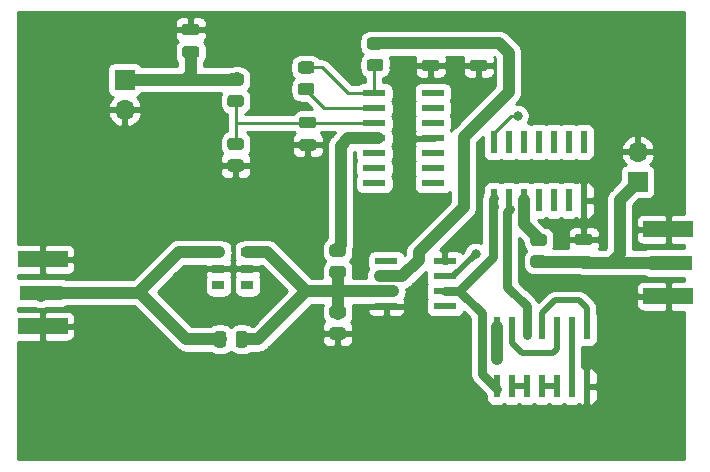
<source format=gbr>
%TF.GenerationSoftware,KiCad,Pcbnew,(5.1.9)-1*%
%TF.CreationDate,2021-02-06T18:12:04-05:00*%
%TF.ProjectId,DemodulatorCircuit,44656d6f-6475-46c6-9174-6f7243697263,rev?*%
%TF.SameCoordinates,Original*%
%TF.FileFunction,Copper,L1,Top*%
%TF.FilePolarity,Positive*%
%FSLAX46Y46*%
G04 Gerber Fmt 4.6, Leading zero omitted, Abs format (unit mm)*
G04 Created by KiCad (PCBNEW (5.1.9)-1) date 2021-02-06 18:12:04*
%MOMM*%
%LPD*%
G01*
G04 APERTURE LIST*
%TA.AperFunction,SMDPad,CuDef*%
%ADD10R,0.600000X1.970000*%
%TD*%
%TA.AperFunction,SMDPad,CuDef*%
%ADD11R,1.050000X0.800000*%
%TD*%
%TA.AperFunction,SMDPad,CuDef*%
%ADD12R,1.970000X0.600000*%
%TD*%
%TA.AperFunction,SMDPad,CuDef*%
%ADD13R,4.200000X1.350000*%
%TD*%
%TA.AperFunction,SMDPad,CuDef*%
%ADD14R,3.600000X1.270000*%
%TD*%
%TA.AperFunction,ComponentPad*%
%ADD15O,1.700000X1.700000*%
%TD*%
%TA.AperFunction,ComponentPad*%
%ADD16R,1.700000X1.700000*%
%TD*%
%TA.AperFunction,ViaPad*%
%ADD17C,0.800000*%
%TD*%
%TA.AperFunction,Conductor*%
%ADD18C,1.000000*%
%TD*%
%TA.AperFunction,Conductor*%
%ADD19C,0.250000*%
%TD*%
%TA.AperFunction,Conductor*%
%ADD20C,0.500000*%
%TD*%
%TA.AperFunction,Conductor*%
%ADD21C,0.750000*%
%TD*%
%TA.AperFunction,Conductor*%
%ADD22C,0.254000*%
%TD*%
%TA.AperFunction,Conductor*%
%ADD23C,0.100000*%
%TD*%
G04 APERTURE END LIST*
D10*
%TO.P,U4,14*%
%TO.N,+5V*%
X90678000Y-40832000D03*
%TO.P,U4,13*%
%TO.N,/5Y*%
X91948000Y-40832000D03*
%TO.P,U4,12*%
%TO.N,/IFQ_LIM*%
X93218000Y-40832000D03*
%TO.P,U4,11*%
%TO.N,/4Y*%
X94488000Y-40832000D03*
%TO.P,U4,10*%
%TO.N,/5Y*%
X95758000Y-40832000D03*
%TO.P,U4,9*%
%TO.N,/3Y*%
X97028000Y-40832000D03*
%TO.P,U4,8*%
%TO.N,/4Y*%
X98298000Y-40832000D03*
%TO.P,U4,7*%
%TO.N,GND*%
X98298000Y-45782000D03*
%TO.P,U4,6*%
%TO.N,/3Y*%
X97028000Y-45782000D03*
%TO.P,U4,5*%
%TO.N,/2Y*%
X95758000Y-45782000D03*
%TO.P,U4,4*%
X94488000Y-45782000D03*
%TO.P,U4,3*%
%TO.N,/1Y*%
X93218000Y-45782000D03*
%TO.P,U4,2*%
X91948000Y-45782000D03*
%TO.P,U4,1*%
%TO.N,/IF_Lim*%
X90678000Y-45782000D03*
%TD*%
D11*
%TO.P,U3,6*%
%TO.N,/FilteredIF*%
X69574000Y-34414000D03*
%TO.P,U3,5*%
%TO.N,GND*%
X69574000Y-35814000D03*
%TO.P,U3,4*%
%TO.N,Net-(U3-Pad4)*%
X69574000Y-37214000D03*
%TO.P,U3,3*%
%TO.N,Net-(U3-Pad3)*%
X67124000Y-37214000D03*
%TO.P,U3,2*%
%TO.N,GND*%
X67124000Y-35814000D03*
%TO.P,U3,1*%
%TO.N,Net-(J1-Pad1)*%
X67124000Y-34414000D03*
%TD*%
D12*
%TO.P,U2,14*%
%TO.N,Net-(U2-Pad14)*%
X85279000Y-20955000D03*
%TO.P,U2,13*%
%TO.N,Net-(U2-Pad13)*%
X85279000Y-22225000D03*
%TO.P,U2,12*%
%TO.N,Net-(U2-Pad12)*%
X85279000Y-23495000D03*
%TO.P,U2,11*%
%TO.N,GND*%
X85279000Y-24765000D03*
%TO.P,U2,10*%
%TO.N,Net-(U2-Pad10)*%
X85279000Y-26035000D03*
%TO.P,U2,9*%
%TO.N,Net-(U2-Pad9)*%
X85279000Y-27305000D03*
%TO.P,U2,8*%
%TO.N,Net-(U2-Pad8)*%
X85279000Y-28575000D03*
%TO.P,U2,7*%
%TO.N,Net-(U2-Pad7)*%
X80329000Y-28575000D03*
%TO.P,U2,6*%
%TO.N,Net-(U2-Pad6)*%
X80329000Y-27305000D03*
%TO.P,U2,5*%
%TO.N,Net-(U2-Pad5)*%
X80329000Y-26035000D03*
%TO.P,U2,4*%
%TO.N,+5V*%
X80329000Y-24765000D03*
%TO.P,U2,3*%
%TO.N,Net-(Cin1-Pad1)*%
X80329000Y-23495000D03*
%TO.P,U2,2*%
%TO.N,Net-(RFB2-Pad2)*%
X80329000Y-22225000D03*
%TO.P,U2,1*%
%TO.N,/CMGOUT*%
X80329000Y-20955000D03*
%TD*%
%TO.P,U1,8*%
%TO.N,GND*%
X86290000Y-35179000D03*
%TO.P,U1,7*%
%TO.N,+5V*%
X86290000Y-36449000D03*
%TO.P,U1,6*%
%TO.N,/IF_Lim*%
X86290000Y-37719000D03*
%TO.P,U1,5*%
%TO.N,N/C*%
X86290000Y-38989000D03*
%TO.P,U1,4*%
%TO.N,GND*%
X81350000Y-38989000D03*
%TO.P,U1,3*%
%TO.N,/FilteredIF*%
X81350000Y-37719000D03*
%TO.P,U1,2*%
%TO.N,/CMG*%
X81350000Y-36449000D03*
%TO.P,U1,1*%
%TO.N,N/C*%
X81350000Y-35179000D03*
%TD*%
D13*
%TO.P,J3,3_1*%
%TO.N,GND*%
X105210000Y-32481000D03*
%TO.P,J3,2_1*%
X105210000Y-38131000D03*
D14*
%TO.P,J3,1*%
%TO.N,/AudioSignalOut*%
X105410000Y-35306000D03*
%TD*%
D13*
%TO.P,J1,3_1*%
%TO.N,GND*%
X52270000Y-40671000D03*
%TO.P,J1,2_1*%
X52270000Y-35021000D03*
D14*
%TO.P,J1,1*%
%TO.N,Net-(J1-Pad1)*%
X52070000Y-37846000D03*
%TD*%
D10*
%TO.P,IC2,14*%
%TO.N,+5V*%
X90424000Y-25084000D03*
%TO.P,IC2,13*%
%TO.N,Net-(IC2-Pad13)*%
X91694000Y-25084000D03*
%TO.P,IC2,12*%
%TO.N,Net-(IC2-Pad12)*%
X92964000Y-25084000D03*
%TO.P,IC2,11*%
%TO.N,Net-(IC2-Pad11)*%
X94234000Y-25084000D03*
%TO.P,IC2,10*%
%TO.N,Net-(IC2-Pad10)*%
X95504000Y-25084000D03*
%TO.P,IC2,9*%
%TO.N,Net-(IC2-Pad9)*%
X96774000Y-25084000D03*
%TO.P,IC2,8*%
%TO.N,Net-(IC2-Pad8)*%
X98044000Y-25084000D03*
%TO.P,IC2,7*%
%TO.N,GND*%
X98044000Y-30034000D03*
%TO.P,IC2,6*%
%TO.N,Net-(IC2-Pad6)*%
X96774000Y-30034000D03*
%TO.P,IC2,5*%
%TO.N,Net-(IC2-Pad5)*%
X95504000Y-30034000D03*
%TO.P,IC2,4*%
%TO.N,Net-(IC2-Pad4)*%
X94234000Y-30034000D03*
%TO.P,IC2,3*%
%TO.N,Net-(IC2-Pad3)*%
X92964000Y-30034000D03*
%TO.P,IC2,2*%
%TO.N,/IFQ_LIM*%
X91694000Y-30034000D03*
%TO.P,IC2,1*%
%TO.N,/IF_Lim*%
X90424000Y-30034000D03*
%TD*%
D15*
%TO.P,Jout1,2*%
%TO.N,GND*%
X102616000Y-25908000D03*
D16*
%TO.P,Jout1,1*%
%TO.N,/AudioSignalOut*%
X102616000Y-28448000D03*
%TD*%
D15*
%TO.P,J2,2*%
%TO.N,GND*%
X59182000Y-22352000D03*
D16*
%TO.P,J2,1*%
%TO.N,+5V*%
X59182000Y-19812000D03*
%TD*%
%TO.P,Rout1,2*%
%TO.N,Net-(IC2-Pad3)*%
%TA.AperFunction,SMDPad,CuDef*%
G36*
G01*
X94684001Y-33890000D02*
X93783999Y-33890000D01*
G75*
G02*
X93534000Y-33640001I0J249999D01*
G01*
X93534000Y-33114999D01*
G75*
G02*
X93783999Y-32865000I249999J0D01*
G01*
X94684001Y-32865000D01*
G75*
G02*
X94934000Y-33114999I0J-249999D01*
G01*
X94934000Y-33640001D01*
G75*
G02*
X94684001Y-33890000I-249999J0D01*
G01*
G37*
%TD.AperFunction*%
%TO.P,Rout1,1*%
%TO.N,/AudioSignalOut*%
%TA.AperFunction,SMDPad,CuDef*%
G36*
G01*
X94684001Y-35715000D02*
X93783999Y-35715000D01*
G75*
G02*
X93534000Y-35465001I0J249999D01*
G01*
X93534000Y-34939999D01*
G75*
G02*
X93783999Y-34690000I249999J0D01*
G01*
X94684001Y-34690000D01*
G75*
G02*
X94934000Y-34939999I0J-249999D01*
G01*
X94934000Y-35465001D01*
G75*
G02*
X94684001Y-35715000I-249999J0D01*
G01*
G37*
%TD.AperFunction*%
%TD*%
%TO.P,RJumper1,2*%
%TO.N,Net-(J1-Pad1)*%
%TA.AperFunction,SMDPad,CuDef*%
G36*
G01*
X67775500Y-41332999D02*
X67775500Y-42233001D01*
G75*
G02*
X67525501Y-42483000I-249999J0D01*
G01*
X67000499Y-42483000D01*
G75*
G02*
X66750500Y-42233001I0J249999D01*
G01*
X66750500Y-41332999D01*
G75*
G02*
X67000499Y-41083000I249999J0D01*
G01*
X67525501Y-41083000D01*
G75*
G02*
X67775500Y-41332999I0J-249999D01*
G01*
G37*
%TD.AperFunction*%
%TO.P,RJumper1,1*%
%TO.N,/FilteredIF*%
%TA.AperFunction,SMDPad,CuDef*%
G36*
G01*
X69600500Y-41332999D02*
X69600500Y-42233001D01*
G75*
G02*
X69350501Y-42483000I-249999J0D01*
G01*
X68825499Y-42483000D01*
G75*
G02*
X68575500Y-42233001I0J249999D01*
G01*
X68575500Y-41332999D01*
G75*
G02*
X68825499Y-41083000I249999J0D01*
G01*
X69350501Y-41083000D01*
G75*
G02*
X69600500Y-41332999I0J-249999D01*
G01*
G37*
%TD.AperFunction*%
%TD*%
%TO.P,RFB2,2*%
%TO.N,Net-(RFB2-Pad2)*%
%TA.AperFunction,SMDPad,CuDef*%
G36*
G01*
X74098999Y-20085000D02*
X74999001Y-20085000D01*
G75*
G02*
X75249000Y-20334999I0J-249999D01*
G01*
X75249000Y-20860001D01*
G75*
G02*
X74999001Y-21110000I-249999J0D01*
G01*
X74098999Y-21110000D01*
G75*
G02*
X73849000Y-20860001I0J249999D01*
G01*
X73849000Y-20334999D01*
G75*
G02*
X74098999Y-20085000I249999J0D01*
G01*
G37*
%TD.AperFunction*%
%TO.P,RFB2,1*%
%TO.N,/CMGOUT*%
%TA.AperFunction,SMDPad,CuDef*%
G36*
G01*
X74098999Y-18260000D02*
X74999001Y-18260000D01*
G75*
G02*
X75249000Y-18509999I0J-249999D01*
G01*
X75249000Y-19035001D01*
G75*
G02*
X74999001Y-19285000I-249999J0D01*
G01*
X74098999Y-19285000D01*
G75*
G02*
X73849000Y-19035001I0J249999D01*
G01*
X73849000Y-18509999D01*
G75*
G02*
X74098999Y-18260000I249999J0D01*
G01*
G37*
%TD.AperFunction*%
%TD*%
%TO.P,R_CMG1,2*%
%TO.N,/CMGOUT*%
%TA.AperFunction,SMDPad,CuDef*%
G36*
G01*
X79940999Y-18053000D02*
X80841001Y-18053000D01*
G75*
G02*
X81091000Y-18302999I0J-249999D01*
G01*
X81091000Y-18828001D01*
G75*
G02*
X80841001Y-19078000I-249999J0D01*
G01*
X79940999Y-19078000D01*
G75*
G02*
X79691000Y-18828001I0J249999D01*
G01*
X79691000Y-18302999D01*
G75*
G02*
X79940999Y-18053000I249999J0D01*
G01*
G37*
%TD.AperFunction*%
%TO.P,R_CMG1,1*%
%TO.N,/CMG*%
%TA.AperFunction,SMDPad,CuDef*%
G36*
G01*
X79940999Y-16228000D02*
X80841001Y-16228000D01*
G75*
G02*
X81091000Y-16477999I0J-249999D01*
G01*
X81091000Y-17003001D01*
G75*
G02*
X80841001Y-17253000I-249999J0D01*
G01*
X79940999Y-17253000D01*
G75*
G02*
X79691000Y-17003001I0J249999D01*
G01*
X79691000Y-16477999D01*
G75*
G02*
X79940999Y-16228000I249999J0D01*
G01*
G37*
%TD.AperFunction*%
%TD*%
%TO.P,R4,2*%
%TO.N,GND*%
%TA.AperFunction,SMDPad,CuDef*%
G36*
G01*
X76765999Y-40786000D02*
X77666001Y-40786000D01*
G75*
G02*
X77916000Y-41035999I0J-249999D01*
G01*
X77916000Y-41561001D01*
G75*
G02*
X77666001Y-41811000I-249999J0D01*
G01*
X76765999Y-41811000D01*
G75*
G02*
X76516000Y-41561001I0J249999D01*
G01*
X76516000Y-41035999D01*
G75*
G02*
X76765999Y-40786000I249999J0D01*
G01*
G37*
%TD.AperFunction*%
%TO.P,R4,1*%
%TO.N,/FilteredIF*%
%TA.AperFunction,SMDPad,CuDef*%
G36*
G01*
X76765999Y-38961000D02*
X77666001Y-38961000D01*
G75*
G02*
X77916000Y-39210999I0J-249999D01*
G01*
X77916000Y-39736001D01*
G75*
G02*
X77666001Y-39986000I-249999J0D01*
G01*
X76765999Y-39986000D01*
G75*
G02*
X76516000Y-39736001I0J249999D01*
G01*
X76516000Y-39210999D01*
G75*
G02*
X76765999Y-38961000I249999J0D01*
G01*
G37*
%TD.AperFunction*%
%TD*%
%TO.P,R3,2*%
%TO.N,/FilteredIF*%
%TA.AperFunction,SMDPad,CuDef*%
G36*
G01*
X76765999Y-35579000D02*
X77666001Y-35579000D01*
G75*
G02*
X77916000Y-35828999I0J-249999D01*
G01*
X77916000Y-36354001D01*
G75*
G02*
X77666001Y-36604000I-249999J0D01*
G01*
X76765999Y-36604000D01*
G75*
G02*
X76516000Y-36354001I0J249999D01*
G01*
X76516000Y-35828999D01*
G75*
G02*
X76765999Y-35579000I249999J0D01*
G01*
G37*
%TD.AperFunction*%
%TO.P,R3,1*%
%TO.N,+5V*%
%TA.AperFunction,SMDPad,CuDef*%
G36*
G01*
X76765999Y-33754000D02*
X77666001Y-33754000D01*
G75*
G02*
X77916000Y-34003999I0J-249999D01*
G01*
X77916000Y-34529001D01*
G75*
G02*
X77666001Y-34779000I-249999J0D01*
G01*
X76765999Y-34779000D01*
G75*
G02*
X76516000Y-34529001I0J249999D01*
G01*
X76516000Y-34003999D01*
G75*
G02*
X76765999Y-33754000I249999J0D01*
G01*
G37*
%TD.AperFunction*%
%TD*%
%TO.P,R2,2*%
%TO.N,GND*%
%TA.AperFunction,SMDPad,CuDef*%
G36*
G01*
X68129999Y-26562000D02*
X69030001Y-26562000D01*
G75*
G02*
X69280000Y-26811999I0J-249999D01*
G01*
X69280000Y-27337001D01*
G75*
G02*
X69030001Y-27587000I-249999J0D01*
G01*
X68129999Y-27587000D01*
G75*
G02*
X67880000Y-27337001I0J249999D01*
G01*
X67880000Y-26811999D01*
G75*
G02*
X68129999Y-26562000I249999J0D01*
G01*
G37*
%TD.AperFunction*%
%TO.P,R2,1*%
%TO.N,Net-(Cin1-Pad1)*%
%TA.AperFunction,SMDPad,CuDef*%
G36*
G01*
X68129999Y-24737000D02*
X69030001Y-24737000D01*
G75*
G02*
X69280000Y-24986999I0J-249999D01*
G01*
X69280000Y-25512001D01*
G75*
G02*
X69030001Y-25762000I-249999J0D01*
G01*
X68129999Y-25762000D01*
G75*
G02*
X67880000Y-25512001I0J249999D01*
G01*
X67880000Y-24986999D01*
G75*
G02*
X68129999Y-24737000I249999J0D01*
G01*
G37*
%TD.AperFunction*%
%TD*%
%TO.P,R1,2*%
%TO.N,Net-(Cin1-Pad1)*%
%TA.AperFunction,SMDPad,CuDef*%
G36*
G01*
X68129999Y-21101000D02*
X69030001Y-21101000D01*
G75*
G02*
X69280000Y-21350999I0J-249999D01*
G01*
X69280000Y-21876001D01*
G75*
G02*
X69030001Y-22126000I-249999J0D01*
G01*
X68129999Y-22126000D01*
G75*
G02*
X67880000Y-21876001I0J249999D01*
G01*
X67880000Y-21350999D01*
G75*
G02*
X68129999Y-21101000I249999J0D01*
G01*
G37*
%TD.AperFunction*%
%TO.P,R1,1*%
%TO.N,+5V*%
%TA.AperFunction,SMDPad,CuDef*%
G36*
G01*
X68129999Y-19276000D02*
X69030001Y-19276000D01*
G75*
G02*
X69280000Y-19525999I0J-249999D01*
G01*
X69280000Y-20051001D01*
G75*
G02*
X69030001Y-20301000I-249999J0D01*
G01*
X68129999Y-20301000D01*
G75*
G02*
X67880000Y-20051001I0J249999D01*
G01*
X67880000Y-19525999D01*
G75*
G02*
X68129999Y-19276000I249999J0D01*
G01*
G37*
%TD.AperFunction*%
%TD*%
%TO.P,Cout1,2*%
%TO.N,GND*%
%TA.AperFunction,SMDPad,CuDef*%
G36*
G01*
X98519000Y-33840000D02*
X97569000Y-33840000D01*
G75*
G02*
X97319000Y-33590000I0J250000D01*
G01*
X97319000Y-33090000D01*
G75*
G02*
X97569000Y-32840000I250000J0D01*
G01*
X98519000Y-32840000D01*
G75*
G02*
X98769000Y-33090000I0J-250000D01*
G01*
X98769000Y-33590000D01*
G75*
G02*
X98519000Y-33840000I-250000J0D01*
G01*
G37*
%TD.AperFunction*%
%TO.P,Cout1,1*%
%TO.N,/AudioSignalOut*%
%TA.AperFunction,SMDPad,CuDef*%
G36*
G01*
X98519000Y-35740000D02*
X97569000Y-35740000D01*
G75*
G02*
X97319000Y-35490000I0J250000D01*
G01*
X97319000Y-34990000D01*
G75*
G02*
X97569000Y-34740000I250000J0D01*
G01*
X98519000Y-34740000D01*
G75*
G02*
X98769000Y-34990000I0J-250000D01*
G01*
X98769000Y-35490000D01*
G75*
G02*
X98519000Y-35740000I-250000J0D01*
G01*
G37*
%TD.AperFunction*%
%TD*%
%TO.P,Cin1,2*%
%TO.N,GND*%
%TA.AperFunction,SMDPad,CuDef*%
G36*
G01*
X74201000Y-24834000D02*
X75151000Y-24834000D01*
G75*
G02*
X75401000Y-25084000I0J-250000D01*
G01*
X75401000Y-25584000D01*
G75*
G02*
X75151000Y-25834000I-250000J0D01*
G01*
X74201000Y-25834000D01*
G75*
G02*
X73951000Y-25584000I0J250000D01*
G01*
X73951000Y-25084000D01*
G75*
G02*
X74201000Y-24834000I250000J0D01*
G01*
G37*
%TD.AperFunction*%
%TO.P,Cin1,1*%
%TO.N,Net-(Cin1-Pad1)*%
%TA.AperFunction,SMDPad,CuDef*%
G36*
G01*
X74201000Y-22934000D02*
X75151000Y-22934000D01*
G75*
G02*
X75401000Y-23184000I0J-250000D01*
G01*
X75401000Y-23684000D01*
G75*
G02*
X75151000Y-23934000I-250000J0D01*
G01*
X74201000Y-23934000D01*
G75*
G02*
X73951000Y-23684000I0J250000D01*
G01*
X73951000Y-23184000D01*
G75*
G02*
X74201000Y-22934000I250000J0D01*
G01*
G37*
%TD.AperFunction*%
%TD*%
%TO.P,CC1,2*%
%TO.N,+5V*%
%TA.AperFunction,SMDPad,CuDef*%
G36*
G01*
X64295000Y-16960000D02*
X65245000Y-16960000D01*
G75*
G02*
X65495000Y-17210000I0J-250000D01*
G01*
X65495000Y-17710000D01*
G75*
G02*
X65245000Y-17960000I-250000J0D01*
G01*
X64295000Y-17960000D01*
G75*
G02*
X64045000Y-17710000I0J250000D01*
G01*
X64045000Y-17210000D01*
G75*
G02*
X64295000Y-16960000I250000J0D01*
G01*
G37*
%TD.AperFunction*%
%TO.P,CC1,1*%
%TO.N,GND*%
%TA.AperFunction,SMDPad,CuDef*%
G36*
G01*
X64295000Y-15060000D02*
X65245000Y-15060000D01*
G75*
G02*
X65495000Y-15310000I0J-250000D01*
G01*
X65495000Y-15810000D01*
G75*
G02*
X65245000Y-16060000I-250000J0D01*
G01*
X64295000Y-16060000D01*
G75*
G02*
X64045000Y-15810000I0J250000D01*
G01*
X64045000Y-15310000D01*
G75*
G02*
X64295000Y-15060000I250000J0D01*
G01*
G37*
%TD.AperFunction*%
%TD*%
%TO.P,C_CMG1,2*%
%TO.N,GND*%
%TA.AperFunction,SMDPad,CuDef*%
G36*
G01*
X84615000Y-18103000D02*
X85565000Y-18103000D01*
G75*
G02*
X85815000Y-18353000I0J-250000D01*
G01*
X85815000Y-18853000D01*
G75*
G02*
X85565000Y-19103000I-250000J0D01*
G01*
X84615000Y-19103000D01*
G75*
G02*
X84365000Y-18853000I0J250000D01*
G01*
X84365000Y-18353000D01*
G75*
G02*
X84615000Y-18103000I250000J0D01*
G01*
G37*
%TD.AperFunction*%
%TO.P,C_CMG1,1*%
%TO.N,/CMG*%
%TA.AperFunction,SMDPad,CuDef*%
G36*
G01*
X84615000Y-16203000D02*
X85565000Y-16203000D01*
G75*
G02*
X85815000Y-16453000I0J-250000D01*
G01*
X85815000Y-16953000D01*
G75*
G02*
X85565000Y-17203000I-250000J0D01*
G01*
X84615000Y-17203000D01*
G75*
G02*
X84365000Y-16953000I0J250000D01*
G01*
X84365000Y-16453000D01*
G75*
G02*
X84615000Y-16203000I250000J0D01*
G01*
G37*
%TD.AperFunction*%
%TD*%
%TO.P,C2,2*%
%TO.N,GND*%
%TA.AperFunction,SMDPad,CuDef*%
G36*
G01*
X88679000Y-18103000D02*
X89629000Y-18103000D01*
G75*
G02*
X89879000Y-18353000I0J-250000D01*
G01*
X89879000Y-18853000D01*
G75*
G02*
X89629000Y-19103000I-250000J0D01*
G01*
X88679000Y-19103000D01*
G75*
G02*
X88429000Y-18853000I0J250000D01*
G01*
X88429000Y-18353000D01*
G75*
G02*
X88679000Y-18103000I250000J0D01*
G01*
G37*
%TD.AperFunction*%
%TO.P,C2,1*%
%TO.N,/CMG*%
%TA.AperFunction,SMDPad,CuDef*%
G36*
G01*
X88679000Y-16203000D02*
X89629000Y-16203000D01*
G75*
G02*
X89879000Y-16453000I0J-250000D01*
G01*
X89879000Y-16953000D01*
G75*
G02*
X89629000Y-17203000I-250000J0D01*
G01*
X88679000Y-17203000D01*
G75*
G02*
X88429000Y-16953000I0J250000D01*
G01*
X88429000Y-16453000D01*
G75*
G02*
X88679000Y-16203000I250000J0D01*
G01*
G37*
%TD.AperFunction*%
%TD*%
D17*
%TO.N,GND*%
X87884000Y-33528000D03*
X85344000Y-30480000D03*
X83312000Y-30480000D03*
X80772000Y-30480000D03*
X53010550Y-15800785D03*
X53010550Y-18800785D03*
X53010550Y-21800785D03*
X53010550Y-24800785D03*
X53010550Y-27800785D03*
X53010550Y-30800785D03*
X53010550Y-43800785D03*
X53010550Y-46800785D03*
X53010550Y-49800785D03*
X54010550Y-32800785D03*
X55010550Y-16800785D03*
X55010550Y-19800785D03*
X55010550Y-22800785D03*
X55010550Y-25800785D03*
X55010550Y-28800785D03*
X55010550Y-44800785D03*
X55010550Y-47800785D03*
X56010550Y-30800785D03*
X56010550Y-49800785D03*
X57010550Y-15800785D03*
X57010550Y-24800785D03*
X57010550Y-27800785D03*
X57010550Y-43800785D03*
X57010550Y-46800785D03*
X58010550Y-29800785D03*
X58010550Y-32800785D03*
X58010550Y-35800785D03*
X58010550Y-39800785D03*
X58010550Y-48800785D03*
X59010550Y-16800785D03*
X59010550Y-25800785D03*
X59010550Y-41800785D03*
X59010550Y-44800785D03*
X60010550Y-27800785D03*
X60010550Y-30800785D03*
X60010550Y-33800785D03*
X60010550Y-46800785D03*
X60010550Y-49800785D03*
X61010550Y-15800785D03*
X61010550Y-24800785D03*
X61010550Y-42800785D03*
X62010550Y-22800785D03*
X62010550Y-26800785D03*
X62010550Y-29800785D03*
X62010550Y-32800785D03*
X62010550Y-44800785D03*
X62010550Y-47800785D03*
X63010550Y-16800785D03*
X63010550Y-49800785D03*
X64010550Y-24800785D03*
X64010550Y-27800785D03*
X64010550Y-30800785D03*
X64010550Y-37800785D03*
X64010550Y-43800785D03*
X64010550Y-46800785D03*
X65010550Y-32800785D03*
X65010550Y-48800785D03*
X66010550Y-26800785D03*
X66010550Y-29800785D03*
X66010550Y-38800785D03*
X66010550Y-44800785D03*
X67010550Y-15800785D03*
X67010550Y-31800785D03*
X67010550Y-46800785D03*
X67010550Y-49800785D03*
X68010550Y-17800785D03*
X68010550Y-28800785D03*
X68010550Y-39800785D03*
X68010550Y-43800785D03*
X69010550Y-30800785D03*
X69010550Y-45800785D03*
X69010550Y-48800785D03*
X70010550Y-15800785D03*
X70010550Y-32800785D03*
X70010550Y-38800785D03*
X71010550Y-17800785D03*
X71010550Y-20800785D03*
X71010550Y-27800785D03*
X71010550Y-43800785D03*
X71010550Y-46800785D03*
X71010550Y-49800785D03*
X72010550Y-29800785D03*
X73010550Y-15800785D03*
X73010550Y-31800785D03*
X73010550Y-42800785D03*
X73010550Y-45800785D03*
X73010550Y-48800785D03*
X74010550Y-27800785D03*
X74010550Y-33800785D03*
X75010550Y-16800785D03*
X75010550Y-29800785D03*
X75010550Y-40800785D03*
X75010550Y-43800785D03*
X75010550Y-46800785D03*
X75010550Y-49800785D03*
X77010550Y-15800785D03*
X77010550Y-42800785D03*
X77010550Y-45800785D03*
X77010550Y-48800785D03*
X78010550Y-17800785D03*
X79010550Y-39800785D03*
X79010550Y-43800785D03*
X79010550Y-46800785D03*
X79010550Y-49800785D03*
X80010550Y-32800785D03*
X80010550Y-41800785D03*
X81010550Y-44800785D03*
X81010550Y-47800785D03*
X82010550Y-18800785D03*
X82010550Y-40800785D03*
X82010550Y-49800785D03*
X83010550Y-20800785D03*
X83010550Y-27800785D03*
X83010550Y-42800785D03*
X83010550Y-45800785D03*
X84010550Y-38800785D03*
X84010550Y-47800785D03*
X85010550Y-40800785D03*
X85010550Y-43800785D03*
X85010550Y-49800785D03*
X86010550Y-45800785D03*
X87010550Y-18800785D03*
X87010550Y-41800785D03*
X87010550Y-47800785D03*
X88010550Y-20800785D03*
X88010550Y-43800785D03*
X88010550Y-49800785D03*
X90010550Y-27800785D03*
X90010550Y-47800785D03*
X91010550Y-49800785D03*
X93010550Y-15800785D03*
X93010550Y-27800785D03*
X93010550Y-47800785D03*
X94010550Y-17800785D03*
X94010550Y-20800785D03*
X94010550Y-36800785D03*
X94010550Y-49800785D03*
X96010550Y-15800785D03*
X96010550Y-18800785D03*
X96010550Y-27800785D03*
X96010550Y-32800785D03*
X96010550Y-47800785D03*
X97010550Y-20800785D03*
X97010550Y-36800785D03*
X97010550Y-49800785D03*
X98010550Y-16800785D03*
X99010550Y-18800785D03*
X99010550Y-21800785D03*
X99010550Y-47800785D03*
X100010550Y-15800785D03*
X100010550Y-23800785D03*
X100010550Y-44800785D03*
X100010550Y-49800785D03*
X101010550Y-17800785D03*
X101010550Y-20800785D03*
X101010550Y-42800785D03*
X101010550Y-46800785D03*
X102010550Y-22800785D03*
X102010550Y-40800785D03*
X102010550Y-48800785D03*
X103010550Y-15800785D03*
X103010550Y-18800785D03*
X103010550Y-43800785D03*
X104010550Y-20800785D03*
X104010550Y-41800785D03*
X104010550Y-45800785D03*
X104010550Y-49800785D03*
X105010550Y-16800785D03*
X105010550Y-22800785D03*
X105010550Y-25800785D03*
X105010550Y-47800785D03*
%TO.N,+5V*%
X92456000Y-22860000D03*
X77470000Y-25400000D03*
X90678000Y-43434000D03*
X88900000Y-34544000D03*
%TD*%
D18*
%TO.N,/CMG*%
X80391000Y-16740500D02*
X89304500Y-16740500D01*
X89154000Y-16703000D02*
X90871000Y-16703000D01*
X90871000Y-16703000D02*
X91694000Y-17526000D01*
X91694000Y-17526000D02*
X91694000Y-20828000D01*
X91694000Y-20828000D02*
X87884000Y-24638000D01*
X87884000Y-24638000D02*
X87884000Y-30607000D01*
X87884000Y-30607000D02*
X84074000Y-34417000D01*
X84074000Y-34417000D02*
X84074000Y-35052000D01*
X84074000Y-35052000D02*
X82677000Y-36449000D01*
X82677000Y-36449000D02*
X80772000Y-36449000D01*
%TO.N,+5V*%
X68580000Y-19812000D02*
X68707000Y-19685000D01*
X64770000Y-17460000D02*
X64770000Y-19304000D01*
X64262000Y-19812000D02*
X68580000Y-19812000D01*
X64770000Y-19304000D02*
X64262000Y-19812000D01*
X59182000Y-19812000D02*
X64262000Y-19812000D01*
X77470000Y-25400000D02*
X78105000Y-24765000D01*
X78105000Y-24765000D02*
X80645000Y-24765000D01*
X77470000Y-25400000D02*
X77470000Y-33782000D01*
X77470000Y-33782000D02*
X77216000Y-34036000D01*
D19*
X91890315Y-22860000D02*
X90424000Y-24326315D01*
X92456000Y-22860000D02*
X91890315Y-22860000D01*
X90424000Y-24326315D02*
X90424000Y-25400000D01*
D20*
X86290000Y-36449000D02*
X86995000Y-36449000D01*
X86995000Y-36449000D02*
X88900000Y-34544000D01*
D18*
X90678000Y-43434000D02*
X90678000Y-40767000D01*
D19*
%TO.N,Net-(Cin1-Pad1)*%
X68580000Y-23495000D02*
X74803000Y-23495000D01*
X68580000Y-21613500D02*
X68580000Y-23495000D01*
X68580000Y-23495000D02*
X68580000Y-25273000D01*
X74803000Y-23495000D02*
X80645000Y-23495000D01*
D18*
%TO.N,/AudioSignalOut*%
X94234000Y-35202500D02*
X97940500Y-35202500D01*
X97940500Y-35202500D02*
X98044000Y-35306000D01*
X100838000Y-35306000D02*
X101092000Y-35306000D01*
X100838000Y-35306000D02*
X105664000Y-35306000D01*
X99822000Y-35306000D02*
X100330000Y-35306000D01*
X98044000Y-35306000D02*
X99822000Y-35306000D01*
X99822000Y-35306000D02*
X100838000Y-35306000D01*
X100330000Y-35306000D02*
X101092000Y-34544000D01*
X101092000Y-34544000D02*
X101092000Y-29972000D01*
X101092000Y-29972000D02*
X102616000Y-28448000D01*
%TO.N,Net-(IC2-Pad3)*%
X92964000Y-30034000D02*
X92964000Y-32004000D01*
X92964000Y-32004000D02*
X94234000Y-33274000D01*
D21*
%TO.N,/IFQ_LIM*%
X93218000Y-40832000D02*
X93218000Y-41432002D01*
X91567000Y-30988000D02*
X91821000Y-30734000D01*
X91567000Y-37338000D02*
X91567000Y-30988000D01*
X93218000Y-38989000D02*
X91567000Y-37338000D01*
X93218000Y-40832000D02*
X93218000Y-38989000D01*
%TO.N,/IF_Lim*%
X89408000Y-39601998D02*
X87525002Y-37719000D01*
X89408000Y-42164000D02*
X89408000Y-39601998D01*
X86890002Y-37719000D02*
X86741000Y-37719000D01*
X87503000Y-37719000D02*
X90402000Y-34820000D01*
X86290000Y-37719000D02*
X87525000Y-37719000D01*
X90424000Y-30607000D02*
X90424000Y-30480000D01*
X89408000Y-42164000D02*
X89408000Y-44704000D01*
X89408000Y-44704000D02*
X90678000Y-45974000D01*
X90402000Y-34820000D02*
X90402000Y-29867000D01*
X90402000Y-29867000D02*
X90424000Y-29845000D01*
D18*
%TO.N,Net-(J1-Pad1)*%
X54102000Y-37846000D02*
X60325000Y-37846000D01*
X60325000Y-37846000D02*
X63754000Y-34417000D01*
X63754000Y-34417000D02*
X67183000Y-34417000D01*
X60325000Y-37846000D02*
X60452000Y-37846000D01*
X60452000Y-37846000D02*
X64389000Y-41783000D01*
X64389000Y-41783000D02*
X67310000Y-41783000D01*
X54102000Y-37846000D02*
X52324000Y-37846000D01*
X52324000Y-37846000D02*
X52070000Y-38100000D01*
%TO.N,/FilteredIF*%
X77216000Y-39497000D02*
X77216000Y-39624000D01*
X77216000Y-37719000D02*
X81915000Y-37719000D01*
X77216000Y-36091500D02*
X77216000Y-37719000D01*
X77216000Y-37719000D02*
X77216000Y-39497000D01*
X69574000Y-34414000D02*
X71244000Y-34414000D01*
X74549000Y-37719000D02*
X77216000Y-37719000D01*
X71244000Y-34414000D02*
X74549000Y-37719000D01*
X70485000Y-41783000D02*
X74549000Y-37719000D01*
X69088000Y-41783000D02*
X70485000Y-41783000D01*
D19*
%TO.N,Net-(RFB2-Pad2)*%
X80329000Y-22225000D02*
X76073000Y-22225000D01*
X76073000Y-22225000D02*
X74549000Y-20701000D01*
D20*
%TO.N,/5Y*%
X95758000Y-40832000D02*
X95758000Y-42067000D01*
X91948000Y-41432002D02*
X91948000Y-40767000D01*
X95758000Y-42067000D02*
X95758000Y-42646600D01*
X95758000Y-42646600D02*
X95427800Y-42976800D01*
X95427800Y-42976800D02*
X92811600Y-42976800D01*
X92811600Y-42976800D02*
X91948000Y-42113200D01*
X91948000Y-42113200D02*
X91948000Y-40894000D01*
%TO.N,/4Y*%
X94488000Y-40231998D02*
X94488000Y-40894000D01*
X94488000Y-39597000D02*
X95604000Y-38481000D01*
X94488000Y-40832000D02*
X94488000Y-39597000D01*
X95604000Y-38481000D02*
X96547002Y-38481000D01*
X96547002Y-38481000D02*
X97663000Y-38481000D01*
X97663000Y-38481000D02*
X98298000Y-39116000D01*
X98298000Y-39116000D02*
X98298000Y-41021000D01*
%TO.N,/3Y*%
X97028000Y-45782000D02*
X97028000Y-40640000D01*
%TO.N,/2Y*%
X94488000Y-45782000D02*
X95693000Y-45782000D01*
D19*
X95693000Y-45782000D02*
X95758000Y-45847000D01*
D20*
%TO.N,/1Y*%
X91948000Y-45782000D02*
X93153000Y-45782000D01*
D19*
X93153000Y-45782000D02*
X93215000Y-45720000D01*
%TO.N,/CMGOUT*%
X74549000Y-18772500D02*
X75922500Y-18772500D01*
X75922500Y-18772500D02*
X78105000Y-20955000D01*
X78105000Y-20955000D02*
X80772000Y-20955000D01*
X80329000Y-20955000D02*
X80329000Y-18604000D01*
X80329000Y-18604000D02*
X80391000Y-18542000D01*
%TD*%
D22*
%TO.N,GND*%
X92895928Y-33541060D02*
X92895928Y-33640001D01*
X92912992Y-33813255D01*
X92963528Y-33979851D01*
X93045595Y-34133387D01*
X93156038Y-34267962D01*
X93182891Y-34290000D01*
X93156038Y-34312038D01*
X93045595Y-34446613D01*
X92963528Y-34600149D01*
X92912992Y-34766745D01*
X92895928Y-34939999D01*
X92895928Y-35465001D01*
X92912992Y-35638255D01*
X92963528Y-35804851D01*
X93045595Y-35958387D01*
X93156038Y-36092962D01*
X93290613Y-36203405D01*
X93444149Y-36285472D01*
X93610745Y-36336008D01*
X93783999Y-36353072D01*
X94684001Y-36353072D01*
X94842106Y-36337500D01*
X97318250Y-36337500D01*
X97395746Y-36361008D01*
X97569000Y-36378072D01*
X97668196Y-36378072D01*
X97821501Y-36424577D01*
X98043999Y-36446491D01*
X98099751Y-36441000D01*
X100274249Y-36441000D01*
X100330000Y-36446491D01*
X100385751Y-36441000D01*
X103218296Y-36441000D01*
X103255506Y-36471537D01*
X103365820Y-36530502D01*
X103485518Y-36566812D01*
X103610000Y-36579072D01*
X106553000Y-36579072D01*
X106553000Y-36819210D01*
X105495750Y-36821000D01*
X105337000Y-36979750D01*
X105337000Y-38004000D01*
X105357000Y-38004000D01*
X105357000Y-38258000D01*
X105337000Y-38258000D01*
X105337000Y-39282250D01*
X105495750Y-39441000D01*
X106553000Y-39442790D01*
X106553000Y-51943000D01*
X50190000Y-51943000D01*
X50190000Y-41984038D01*
X51984250Y-41981000D01*
X52143000Y-41822250D01*
X52143000Y-40798000D01*
X52397000Y-40798000D01*
X52397000Y-41822250D01*
X52555750Y-41981000D01*
X54370000Y-41984072D01*
X54494482Y-41971812D01*
X54614180Y-41935502D01*
X54724494Y-41876537D01*
X54821185Y-41797185D01*
X54900537Y-41700494D01*
X54959502Y-41590180D01*
X54995812Y-41470482D01*
X55008072Y-41346000D01*
X55005000Y-40956750D01*
X54846250Y-40798000D01*
X52397000Y-40798000D01*
X52143000Y-40798000D01*
X52123000Y-40798000D01*
X52123000Y-40544000D01*
X52143000Y-40544000D01*
X52143000Y-39519750D01*
X52397000Y-39519750D01*
X52397000Y-40544000D01*
X54846250Y-40544000D01*
X55005000Y-40385250D01*
X55008072Y-39996000D01*
X54995812Y-39871518D01*
X54959502Y-39751820D01*
X54900537Y-39641506D01*
X54821185Y-39544815D01*
X54724494Y-39465463D01*
X54614180Y-39406498D01*
X54494482Y-39370188D01*
X54370000Y-39357928D01*
X52555750Y-39361000D01*
X52397000Y-39519750D01*
X52143000Y-39519750D01*
X51984250Y-39361000D01*
X50190000Y-39357962D01*
X50190000Y-39111193D01*
X50270000Y-39119072D01*
X51568815Y-39119072D01*
X51633554Y-39153676D01*
X51847502Y-39218577D01*
X52070000Y-39240491D01*
X52292498Y-39218577D01*
X52506446Y-39153676D01*
X52571185Y-39119072D01*
X53870000Y-39119072D01*
X53994482Y-39106812D01*
X54114180Y-39070502D01*
X54224494Y-39011537D01*
X54261704Y-38981000D01*
X59981869Y-38981000D01*
X63547009Y-42546141D01*
X63582551Y-42589449D01*
X63755376Y-42731283D01*
X63755377Y-42731284D01*
X63952553Y-42836676D01*
X64166501Y-42901577D01*
X64389000Y-42923491D01*
X64444752Y-42918000D01*
X66442039Y-42918000D01*
X66507113Y-42971405D01*
X66660649Y-43053472D01*
X66827245Y-43104008D01*
X67000499Y-43121072D01*
X67525501Y-43121072D01*
X67698755Y-43104008D01*
X67865351Y-43053472D01*
X68018887Y-42971405D01*
X68153462Y-42860962D01*
X68175500Y-42834109D01*
X68197538Y-42860962D01*
X68332113Y-42971405D01*
X68485649Y-43053472D01*
X68652245Y-43104008D01*
X68825499Y-43121072D01*
X69350501Y-43121072D01*
X69523755Y-43104008D01*
X69690351Y-43053472D01*
X69843887Y-42971405D01*
X69908961Y-42918000D01*
X70429249Y-42918000D01*
X70485000Y-42923491D01*
X70540751Y-42918000D01*
X70540752Y-42918000D01*
X70707499Y-42901577D01*
X70921447Y-42836676D01*
X71118623Y-42731284D01*
X71291449Y-42589449D01*
X71326996Y-42546135D01*
X72062131Y-41811000D01*
X75877928Y-41811000D01*
X75890188Y-41935482D01*
X75926498Y-42055180D01*
X75985463Y-42165494D01*
X76064815Y-42262185D01*
X76161506Y-42341537D01*
X76271820Y-42400502D01*
X76391518Y-42436812D01*
X76516000Y-42449072D01*
X76930250Y-42446000D01*
X77089000Y-42287250D01*
X77089000Y-41425500D01*
X77343000Y-41425500D01*
X77343000Y-42287250D01*
X77501750Y-42446000D01*
X77916000Y-42449072D01*
X78040482Y-42436812D01*
X78160180Y-42400502D01*
X78270494Y-42341537D01*
X78367185Y-42262185D01*
X78446537Y-42165494D01*
X78505502Y-42055180D01*
X78541812Y-41935482D01*
X78554072Y-41811000D01*
X78551000Y-41584250D01*
X78392250Y-41425500D01*
X77343000Y-41425500D01*
X77089000Y-41425500D01*
X76039750Y-41425500D01*
X75881000Y-41584250D01*
X75877928Y-41811000D01*
X72062131Y-41811000D01*
X75019132Y-38854000D01*
X75954694Y-38854000D01*
X75945528Y-38871149D01*
X75894992Y-39037745D01*
X75877928Y-39210999D01*
X75877928Y-39736001D01*
X75894992Y-39909255D01*
X75945528Y-40075851D01*
X76027595Y-40229387D01*
X76094276Y-40310637D01*
X76064815Y-40334815D01*
X75985463Y-40431506D01*
X75926498Y-40541820D01*
X75890188Y-40661518D01*
X75877928Y-40786000D01*
X75881000Y-41012750D01*
X76039750Y-41171500D01*
X77089000Y-41171500D01*
X77089000Y-41151500D01*
X77343000Y-41151500D01*
X77343000Y-41171500D01*
X78392250Y-41171500D01*
X78551000Y-41012750D01*
X78554072Y-40786000D01*
X78541812Y-40661518D01*
X78505502Y-40541820D01*
X78446537Y-40431506D01*
X78367185Y-40334815D01*
X78337724Y-40310637D01*
X78404405Y-40229387D01*
X78486472Y-40075851D01*
X78537008Y-39909255D01*
X78554072Y-39736001D01*
X78554072Y-39289000D01*
X79726928Y-39289000D01*
X79739188Y-39413482D01*
X79775498Y-39533180D01*
X79834463Y-39643494D01*
X79913815Y-39740185D01*
X80010506Y-39819537D01*
X80120820Y-39878502D01*
X80240518Y-39914812D01*
X80365000Y-39927072D01*
X81064250Y-39924000D01*
X81223000Y-39765250D01*
X81223000Y-39116000D01*
X81477000Y-39116000D01*
X81477000Y-39765250D01*
X81635750Y-39924000D01*
X82335000Y-39927072D01*
X82459482Y-39914812D01*
X82579180Y-39878502D01*
X82689494Y-39819537D01*
X82786185Y-39740185D01*
X82865537Y-39643494D01*
X82924502Y-39533180D01*
X82960812Y-39413482D01*
X82973072Y-39289000D01*
X82970000Y-39274750D01*
X82811250Y-39116000D01*
X81477000Y-39116000D01*
X81223000Y-39116000D01*
X79888750Y-39116000D01*
X79730000Y-39274750D01*
X79726928Y-39289000D01*
X78554072Y-39289000D01*
X78554072Y-39210999D01*
X78537008Y-39037745D01*
X78486472Y-38871149D01*
X78477306Y-38854000D01*
X79880750Y-38854000D01*
X79888750Y-38862000D01*
X81223000Y-38862000D01*
X81223000Y-38854000D01*
X81477000Y-38854000D01*
X81477000Y-38862000D01*
X82811250Y-38862000D01*
X82970000Y-38703250D01*
X82973072Y-38689000D01*
X82960812Y-38564518D01*
X82924502Y-38444820D01*
X82875957Y-38354000D01*
X82924502Y-38263180D01*
X82942100Y-38205168D01*
X82968676Y-38155447D01*
X83033577Y-37941499D01*
X83055491Y-37719000D01*
X83036485Y-37526023D01*
X83113447Y-37502676D01*
X83310623Y-37397284D01*
X83483449Y-37255449D01*
X83518996Y-37212135D01*
X84676192Y-36054940D01*
X84666928Y-36149000D01*
X84666928Y-36749000D01*
X84679188Y-36873482D01*
X84715498Y-36993180D01*
X84764043Y-37084000D01*
X84715498Y-37174820D01*
X84679188Y-37294518D01*
X84666928Y-37419000D01*
X84666928Y-38019000D01*
X84679188Y-38143482D01*
X84715498Y-38263180D01*
X84764043Y-38354000D01*
X84715498Y-38444820D01*
X84679188Y-38564518D01*
X84666928Y-38689000D01*
X84666928Y-39289000D01*
X84679188Y-39413482D01*
X84715498Y-39533180D01*
X84774463Y-39643494D01*
X84853815Y-39740185D01*
X84950506Y-39819537D01*
X85060820Y-39878502D01*
X85180518Y-39914812D01*
X85305000Y-39927072D01*
X87275000Y-39927072D01*
X87399482Y-39914812D01*
X87519180Y-39878502D01*
X87629494Y-39819537D01*
X87726185Y-39740185D01*
X87805537Y-39643494D01*
X87864502Y-39533180D01*
X87875284Y-39497637D01*
X88398001Y-40020354D01*
X88398000Y-42114392D01*
X88398000Y-42114393D01*
X88398001Y-44654383D01*
X88393114Y-44704000D01*
X88412615Y-44901994D01*
X88470368Y-45092379D01*
X88564154Y-45267840D01*
X88637920Y-45357724D01*
X88690368Y-45421633D01*
X88728901Y-45453256D01*
X89739928Y-46464283D01*
X89739928Y-46767000D01*
X89752188Y-46891482D01*
X89788498Y-47011180D01*
X89847463Y-47121494D01*
X89926815Y-47218185D01*
X90023506Y-47297537D01*
X90133820Y-47356502D01*
X90253518Y-47392812D01*
X90378000Y-47405072D01*
X90978000Y-47405072D01*
X91102482Y-47392812D01*
X91222180Y-47356502D01*
X91313000Y-47307957D01*
X91403820Y-47356502D01*
X91523518Y-47392812D01*
X91648000Y-47405072D01*
X92248000Y-47405072D01*
X92372482Y-47392812D01*
X92492180Y-47356502D01*
X92583000Y-47307957D01*
X92673820Y-47356502D01*
X92793518Y-47392812D01*
X92918000Y-47405072D01*
X93518000Y-47405072D01*
X93642482Y-47392812D01*
X93762180Y-47356502D01*
X93853000Y-47307957D01*
X93943820Y-47356502D01*
X94063518Y-47392812D01*
X94188000Y-47405072D01*
X94788000Y-47405072D01*
X94912482Y-47392812D01*
X95032180Y-47356502D01*
X95123000Y-47307957D01*
X95213820Y-47356502D01*
X95333518Y-47392812D01*
X95458000Y-47405072D01*
X96058000Y-47405072D01*
X96182482Y-47392812D01*
X96302180Y-47356502D01*
X96393000Y-47307957D01*
X96483820Y-47356502D01*
X96603518Y-47392812D01*
X96728000Y-47405072D01*
X97328000Y-47405072D01*
X97452482Y-47392812D01*
X97572180Y-47356502D01*
X97663000Y-47307957D01*
X97753820Y-47356502D01*
X97873518Y-47392812D01*
X97998000Y-47405072D01*
X98012250Y-47402000D01*
X98171000Y-47243250D01*
X98171000Y-45909000D01*
X98425000Y-45909000D01*
X98425000Y-47243250D01*
X98583750Y-47402000D01*
X98598000Y-47405072D01*
X98722482Y-47392812D01*
X98842180Y-47356502D01*
X98952494Y-47297537D01*
X99049185Y-47218185D01*
X99128537Y-47121494D01*
X99187502Y-47011180D01*
X99223812Y-46891482D01*
X99236072Y-46767000D01*
X99233000Y-46067750D01*
X99074250Y-45909000D01*
X98425000Y-45909000D01*
X98171000Y-45909000D01*
X98151000Y-45909000D01*
X98151000Y-45655000D01*
X98171000Y-45655000D01*
X98171000Y-44320750D01*
X98425000Y-44320750D01*
X98425000Y-45655000D01*
X99074250Y-45655000D01*
X99233000Y-45496250D01*
X99236072Y-44797000D01*
X99223812Y-44672518D01*
X99187502Y-44552820D01*
X99128537Y-44442506D01*
X99049185Y-44345815D01*
X98952494Y-44266463D01*
X98842180Y-44207498D01*
X98722482Y-44171188D01*
X98598000Y-44158928D01*
X98583750Y-44162000D01*
X98425000Y-44320750D01*
X98171000Y-44320750D01*
X98012250Y-44162000D01*
X97998000Y-44158928D01*
X97913000Y-44167299D01*
X97913000Y-42446701D01*
X97998000Y-42455072D01*
X98598000Y-42455072D01*
X98722482Y-42442812D01*
X98842180Y-42406502D01*
X98952494Y-42347537D01*
X99049185Y-42268185D01*
X99128537Y-42171494D01*
X99187502Y-42061180D01*
X99223812Y-41941482D01*
X99236072Y-41817000D01*
X99236072Y-39847000D01*
X99223812Y-39722518D01*
X99187502Y-39602820D01*
X99183000Y-39594397D01*
X99183000Y-39159469D01*
X99187281Y-39116000D01*
X99183000Y-39072531D01*
X99183000Y-39072523D01*
X99170195Y-38942510D01*
X99144434Y-38857589D01*
X99128785Y-38806000D01*
X102471928Y-38806000D01*
X102484188Y-38930482D01*
X102520498Y-39050180D01*
X102579463Y-39160494D01*
X102658815Y-39257185D01*
X102755506Y-39336537D01*
X102865820Y-39395502D01*
X102985518Y-39431812D01*
X103110000Y-39444072D01*
X104924250Y-39441000D01*
X105083000Y-39282250D01*
X105083000Y-38258000D01*
X102633750Y-38258000D01*
X102475000Y-38416750D01*
X102471928Y-38806000D01*
X99128785Y-38806000D01*
X99119589Y-38775686D01*
X99037411Y-38621941D01*
X98954532Y-38520953D01*
X98954530Y-38520951D01*
X98926817Y-38487183D01*
X98893050Y-38459471D01*
X98319534Y-37885956D01*
X98291817Y-37852183D01*
X98157059Y-37741589D01*
X98003313Y-37659411D01*
X97836490Y-37608805D01*
X97706477Y-37596000D01*
X97706469Y-37596000D01*
X97663000Y-37591719D01*
X97619531Y-37596000D01*
X95647465Y-37596000D01*
X95603999Y-37591719D01*
X95560533Y-37596000D01*
X95560523Y-37596000D01*
X95430510Y-37608805D01*
X95263687Y-37659411D01*
X95109941Y-37741589D01*
X95109939Y-37741590D01*
X95109940Y-37741590D01*
X95008953Y-37824468D01*
X95008951Y-37824470D01*
X94975183Y-37852183D01*
X94947470Y-37885951D01*
X94173593Y-38659829D01*
X94155632Y-38600620D01*
X94092305Y-38482144D01*
X94061847Y-38425160D01*
X93935633Y-38271367D01*
X93897099Y-38239744D01*
X93113355Y-37456000D01*
X102471928Y-37456000D01*
X102475000Y-37845250D01*
X102633750Y-38004000D01*
X105083000Y-38004000D01*
X105083000Y-36979750D01*
X104924250Y-36821000D01*
X103110000Y-36817928D01*
X102985518Y-36830188D01*
X102865820Y-36866498D01*
X102755506Y-36925463D01*
X102658815Y-37004815D01*
X102579463Y-37101506D01*
X102520498Y-37211820D01*
X102484188Y-37331518D01*
X102471928Y-37456000D01*
X93113355Y-37456000D01*
X92577000Y-36919645D01*
X92577000Y-33222131D01*
X92895928Y-33541060D01*
%TA.AperFunction,Conductor*%
D23*
G36*
X92895928Y-33541060D02*
G01*
X92895928Y-33640001D01*
X92912992Y-33813255D01*
X92963528Y-33979851D01*
X93045595Y-34133387D01*
X93156038Y-34267962D01*
X93182891Y-34290000D01*
X93156038Y-34312038D01*
X93045595Y-34446613D01*
X92963528Y-34600149D01*
X92912992Y-34766745D01*
X92895928Y-34939999D01*
X92895928Y-35465001D01*
X92912992Y-35638255D01*
X92963528Y-35804851D01*
X93045595Y-35958387D01*
X93156038Y-36092962D01*
X93290613Y-36203405D01*
X93444149Y-36285472D01*
X93610745Y-36336008D01*
X93783999Y-36353072D01*
X94684001Y-36353072D01*
X94842106Y-36337500D01*
X97318250Y-36337500D01*
X97395746Y-36361008D01*
X97569000Y-36378072D01*
X97668196Y-36378072D01*
X97821501Y-36424577D01*
X98043999Y-36446491D01*
X98099751Y-36441000D01*
X100274249Y-36441000D01*
X100330000Y-36446491D01*
X100385751Y-36441000D01*
X103218296Y-36441000D01*
X103255506Y-36471537D01*
X103365820Y-36530502D01*
X103485518Y-36566812D01*
X103610000Y-36579072D01*
X106553000Y-36579072D01*
X106553000Y-36819210D01*
X105495750Y-36821000D01*
X105337000Y-36979750D01*
X105337000Y-38004000D01*
X105357000Y-38004000D01*
X105357000Y-38258000D01*
X105337000Y-38258000D01*
X105337000Y-39282250D01*
X105495750Y-39441000D01*
X106553000Y-39442790D01*
X106553000Y-51943000D01*
X50190000Y-51943000D01*
X50190000Y-41984038D01*
X51984250Y-41981000D01*
X52143000Y-41822250D01*
X52143000Y-40798000D01*
X52397000Y-40798000D01*
X52397000Y-41822250D01*
X52555750Y-41981000D01*
X54370000Y-41984072D01*
X54494482Y-41971812D01*
X54614180Y-41935502D01*
X54724494Y-41876537D01*
X54821185Y-41797185D01*
X54900537Y-41700494D01*
X54959502Y-41590180D01*
X54995812Y-41470482D01*
X55008072Y-41346000D01*
X55005000Y-40956750D01*
X54846250Y-40798000D01*
X52397000Y-40798000D01*
X52143000Y-40798000D01*
X52123000Y-40798000D01*
X52123000Y-40544000D01*
X52143000Y-40544000D01*
X52143000Y-39519750D01*
X52397000Y-39519750D01*
X52397000Y-40544000D01*
X54846250Y-40544000D01*
X55005000Y-40385250D01*
X55008072Y-39996000D01*
X54995812Y-39871518D01*
X54959502Y-39751820D01*
X54900537Y-39641506D01*
X54821185Y-39544815D01*
X54724494Y-39465463D01*
X54614180Y-39406498D01*
X54494482Y-39370188D01*
X54370000Y-39357928D01*
X52555750Y-39361000D01*
X52397000Y-39519750D01*
X52143000Y-39519750D01*
X51984250Y-39361000D01*
X50190000Y-39357962D01*
X50190000Y-39111193D01*
X50270000Y-39119072D01*
X51568815Y-39119072D01*
X51633554Y-39153676D01*
X51847502Y-39218577D01*
X52070000Y-39240491D01*
X52292498Y-39218577D01*
X52506446Y-39153676D01*
X52571185Y-39119072D01*
X53870000Y-39119072D01*
X53994482Y-39106812D01*
X54114180Y-39070502D01*
X54224494Y-39011537D01*
X54261704Y-38981000D01*
X59981869Y-38981000D01*
X63547009Y-42546141D01*
X63582551Y-42589449D01*
X63755376Y-42731283D01*
X63755377Y-42731284D01*
X63952553Y-42836676D01*
X64166501Y-42901577D01*
X64389000Y-42923491D01*
X64444752Y-42918000D01*
X66442039Y-42918000D01*
X66507113Y-42971405D01*
X66660649Y-43053472D01*
X66827245Y-43104008D01*
X67000499Y-43121072D01*
X67525501Y-43121072D01*
X67698755Y-43104008D01*
X67865351Y-43053472D01*
X68018887Y-42971405D01*
X68153462Y-42860962D01*
X68175500Y-42834109D01*
X68197538Y-42860962D01*
X68332113Y-42971405D01*
X68485649Y-43053472D01*
X68652245Y-43104008D01*
X68825499Y-43121072D01*
X69350501Y-43121072D01*
X69523755Y-43104008D01*
X69690351Y-43053472D01*
X69843887Y-42971405D01*
X69908961Y-42918000D01*
X70429249Y-42918000D01*
X70485000Y-42923491D01*
X70540751Y-42918000D01*
X70540752Y-42918000D01*
X70707499Y-42901577D01*
X70921447Y-42836676D01*
X71118623Y-42731284D01*
X71291449Y-42589449D01*
X71326996Y-42546135D01*
X72062131Y-41811000D01*
X75877928Y-41811000D01*
X75890188Y-41935482D01*
X75926498Y-42055180D01*
X75985463Y-42165494D01*
X76064815Y-42262185D01*
X76161506Y-42341537D01*
X76271820Y-42400502D01*
X76391518Y-42436812D01*
X76516000Y-42449072D01*
X76930250Y-42446000D01*
X77089000Y-42287250D01*
X77089000Y-41425500D01*
X77343000Y-41425500D01*
X77343000Y-42287250D01*
X77501750Y-42446000D01*
X77916000Y-42449072D01*
X78040482Y-42436812D01*
X78160180Y-42400502D01*
X78270494Y-42341537D01*
X78367185Y-42262185D01*
X78446537Y-42165494D01*
X78505502Y-42055180D01*
X78541812Y-41935482D01*
X78554072Y-41811000D01*
X78551000Y-41584250D01*
X78392250Y-41425500D01*
X77343000Y-41425500D01*
X77089000Y-41425500D01*
X76039750Y-41425500D01*
X75881000Y-41584250D01*
X75877928Y-41811000D01*
X72062131Y-41811000D01*
X75019132Y-38854000D01*
X75954694Y-38854000D01*
X75945528Y-38871149D01*
X75894992Y-39037745D01*
X75877928Y-39210999D01*
X75877928Y-39736001D01*
X75894992Y-39909255D01*
X75945528Y-40075851D01*
X76027595Y-40229387D01*
X76094276Y-40310637D01*
X76064815Y-40334815D01*
X75985463Y-40431506D01*
X75926498Y-40541820D01*
X75890188Y-40661518D01*
X75877928Y-40786000D01*
X75881000Y-41012750D01*
X76039750Y-41171500D01*
X77089000Y-41171500D01*
X77089000Y-41151500D01*
X77343000Y-41151500D01*
X77343000Y-41171500D01*
X78392250Y-41171500D01*
X78551000Y-41012750D01*
X78554072Y-40786000D01*
X78541812Y-40661518D01*
X78505502Y-40541820D01*
X78446537Y-40431506D01*
X78367185Y-40334815D01*
X78337724Y-40310637D01*
X78404405Y-40229387D01*
X78486472Y-40075851D01*
X78537008Y-39909255D01*
X78554072Y-39736001D01*
X78554072Y-39289000D01*
X79726928Y-39289000D01*
X79739188Y-39413482D01*
X79775498Y-39533180D01*
X79834463Y-39643494D01*
X79913815Y-39740185D01*
X80010506Y-39819537D01*
X80120820Y-39878502D01*
X80240518Y-39914812D01*
X80365000Y-39927072D01*
X81064250Y-39924000D01*
X81223000Y-39765250D01*
X81223000Y-39116000D01*
X81477000Y-39116000D01*
X81477000Y-39765250D01*
X81635750Y-39924000D01*
X82335000Y-39927072D01*
X82459482Y-39914812D01*
X82579180Y-39878502D01*
X82689494Y-39819537D01*
X82786185Y-39740185D01*
X82865537Y-39643494D01*
X82924502Y-39533180D01*
X82960812Y-39413482D01*
X82973072Y-39289000D01*
X82970000Y-39274750D01*
X82811250Y-39116000D01*
X81477000Y-39116000D01*
X81223000Y-39116000D01*
X79888750Y-39116000D01*
X79730000Y-39274750D01*
X79726928Y-39289000D01*
X78554072Y-39289000D01*
X78554072Y-39210999D01*
X78537008Y-39037745D01*
X78486472Y-38871149D01*
X78477306Y-38854000D01*
X79880750Y-38854000D01*
X79888750Y-38862000D01*
X81223000Y-38862000D01*
X81223000Y-38854000D01*
X81477000Y-38854000D01*
X81477000Y-38862000D01*
X82811250Y-38862000D01*
X82970000Y-38703250D01*
X82973072Y-38689000D01*
X82960812Y-38564518D01*
X82924502Y-38444820D01*
X82875957Y-38354000D01*
X82924502Y-38263180D01*
X82942100Y-38205168D01*
X82968676Y-38155447D01*
X83033577Y-37941499D01*
X83055491Y-37719000D01*
X83036485Y-37526023D01*
X83113447Y-37502676D01*
X83310623Y-37397284D01*
X83483449Y-37255449D01*
X83518996Y-37212135D01*
X84676192Y-36054940D01*
X84666928Y-36149000D01*
X84666928Y-36749000D01*
X84679188Y-36873482D01*
X84715498Y-36993180D01*
X84764043Y-37084000D01*
X84715498Y-37174820D01*
X84679188Y-37294518D01*
X84666928Y-37419000D01*
X84666928Y-38019000D01*
X84679188Y-38143482D01*
X84715498Y-38263180D01*
X84764043Y-38354000D01*
X84715498Y-38444820D01*
X84679188Y-38564518D01*
X84666928Y-38689000D01*
X84666928Y-39289000D01*
X84679188Y-39413482D01*
X84715498Y-39533180D01*
X84774463Y-39643494D01*
X84853815Y-39740185D01*
X84950506Y-39819537D01*
X85060820Y-39878502D01*
X85180518Y-39914812D01*
X85305000Y-39927072D01*
X87275000Y-39927072D01*
X87399482Y-39914812D01*
X87519180Y-39878502D01*
X87629494Y-39819537D01*
X87726185Y-39740185D01*
X87805537Y-39643494D01*
X87864502Y-39533180D01*
X87875284Y-39497637D01*
X88398001Y-40020354D01*
X88398000Y-42114392D01*
X88398000Y-42114393D01*
X88398001Y-44654383D01*
X88393114Y-44704000D01*
X88412615Y-44901994D01*
X88470368Y-45092379D01*
X88564154Y-45267840D01*
X88637920Y-45357724D01*
X88690368Y-45421633D01*
X88728901Y-45453256D01*
X89739928Y-46464283D01*
X89739928Y-46767000D01*
X89752188Y-46891482D01*
X89788498Y-47011180D01*
X89847463Y-47121494D01*
X89926815Y-47218185D01*
X90023506Y-47297537D01*
X90133820Y-47356502D01*
X90253518Y-47392812D01*
X90378000Y-47405072D01*
X90978000Y-47405072D01*
X91102482Y-47392812D01*
X91222180Y-47356502D01*
X91313000Y-47307957D01*
X91403820Y-47356502D01*
X91523518Y-47392812D01*
X91648000Y-47405072D01*
X92248000Y-47405072D01*
X92372482Y-47392812D01*
X92492180Y-47356502D01*
X92583000Y-47307957D01*
X92673820Y-47356502D01*
X92793518Y-47392812D01*
X92918000Y-47405072D01*
X93518000Y-47405072D01*
X93642482Y-47392812D01*
X93762180Y-47356502D01*
X93853000Y-47307957D01*
X93943820Y-47356502D01*
X94063518Y-47392812D01*
X94188000Y-47405072D01*
X94788000Y-47405072D01*
X94912482Y-47392812D01*
X95032180Y-47356502D01*
X95123000Y-47307957D01*
X95213820Y-47356502D01*
X95333518Y-47392812D01*
X95458000Y-47405072D01*
X96058000Y-47405072D01*
X96182482Y-47392812D01*
X96302180Y-47356502D01*
X96393000Y-47307957D01*
X96483820Y-47356502D01*
X96603518Y-47392812D01*
X96728000Y-47405072D01*
X97328000Y-47405072D01*
X97452482Y-47392812D01*
X97572180Y-47356502D01*
X97663000Y-47307957D01*
X97753820Y-47356502D01*
X97873518Y-47392812D01*
X97998000Y-47405072D01*
X98012250Y-47402000D01*
X98171000Y-47243250D01*
X98171000Y-45909000D01*
X98425000Y-45909000D01*
X98425000Y-47243250D01*
X98583750Y-47402000D01*
X98598000Y-47405072D01*
X98722482Y-47392812D01*
X98842180Y-47356502D01*
X98952494Y-47297537D01*
X99049185Y-47218185D01*
X99128537Y-47121494D01*
X99187502Y-47011180D01*
X99223812Y-46891482D01*
X99236072Y-46767000D01*
X99233000Y-46067750D01*
X99074250Y-45909000D01*
X98425000Y-45909000D01*
X98171000Y-45909000D01*
X98151000Y-45909000D01*
X98151000Y-45655000D01*
X98171000Y-45655000D01*
X98171000Y-44320750D01*
X98425000Y-44320750D01*
X98425000Y-45655000D01*
X99074250Y-45655000D01*
X99233000Y-45496250D01*
X99236072Y-44797000D01*
X99223812Y-44672518D01*
X99187502Y-44552820D01*
X99128537Y-44442506D01*
X99049185Y-44345815D01*
X98952494Y-44266463D01*
X98842180Y-44207498D01*
X98722482Y-44171188D01*
X98598000Y-44158928D01*
X98583750Y-44162000D01*
X98425000Y-44320750D01*
X98171000Y-44320750D01*
X98012250Y-44162000D01*
X97998000Y-44158928D01*
X97913000Y-44167299D01*
X97913000Y-42446701D01*
X97998000Y-42455072D01*
X98598000Y-42455072D01*
X98722482Y-42442812D01*
X98842180Y-42406502D01*
X98952494Y-42347537D01*
X99049185Y-42268185D01*
X99128537Y-42171494D01*
X99187502Y-42061180D01*
X99223812Y-41941482D01*
X99236072Y-41817000D01*
X99236072Y-39847000D01*
X99223812Y-39722518D01*
X99187502Y-39602820D01*
X99183000Y-39594397D01*
X99183000Y-39159469D01*
X99187281Y-39116000D01*
X99183000Y-39072531D01*
X99183000Y-39072523D01*
X99170195Y-38942510D01*
X99144434Y-38857589D01*
X99128785Y-38806000D01*
X102471928Y-38806000D01*
X102484188Y-38930482D01*
X102520498Y-39050180D01*
X102579463Y-39160494D01*
X102658815Y-39257185D01*
X102755506Y-39336537D01*
X102865820Y-39395502D01*
X102985518Y-39431812D01*
X103110000Y-39444072D01*
X104924250Y-39441000D01*
X105083000Y-39282250D01*
X105083000Y-38258000D01*
X102633750Y-38258000D01*
X102475000Y-38416750D01*
X102471928Y-38806000D01*
X99128785Y-38806000D01*
X99119589Y-38775686D01*
X99037411Y-38621941D01*
X98954532Y-38520953D01*
X98954530Y-38520951D01*
X98926817Y-38487183D01*
X98893050Y-38459471D01*
X98319534Y-37885956D01*
X98291817Y-37852183D01*
X98157059Y-37741589D01*
X98003313Y-37659411D01*
X97836490Y-37608805D01*
X97706477Y-37596000D01*
X97706469Y-37596000D01*
X97663000Y-37591719D01*
X97619531Y-37596000D01*
X95647465Y-37596000D01*
X95603999Y-37591719D01*
X95560533Y-37596000D01*
X95560523Y-37596000D01*
X95430510Y-37608805D01*
X95263687Y-37659411D01*
X95109941Y-37741589D01*
X95109939Y-37741590D01*
X95109940Y-37741590D01*
X95008953Y-37824468D01*
X95008951Y-37824470D01*
X94975183Y-37852183D01*
X94947470Y-37885951D01*
X94173593Y-38659829D01*
X94155632Y-38600620D01*
X94092305Y-38482144D01*
X94061847Y-38425160D01*
X93935633Y-38271367D01*
X93897099Y-38239744D01*
X93113355Y-37456000D01*
X102471928Y-37456000D01*
X102475000Y-37845250D01*
X102633750Y-38004000D01*
X105083000Y-38004000D01*
X105083000Y-36979750D01*
X104924250Y-36821000D01*
X103110000Y-36817928D01*
X102985518Y-36830188D01*
X102865820Y-36866498D01*
X102755506Y-36925463D01*
X102658815Y-37004815D01*
X102579463Y-37101506D01*
X102520498Y-37211820D01*
X102484188Y-37331518D01*
X102471928Y-37456000D01*
X93113355Y-37456000D01*
X92577000Y-36919645D01*
X92577000Y-33222131D01*
X92895928Y-33541060D01*
G37*
%TD.AperFunction*%
D22*
X106553000Y-31169210D02*
X105495750Y-31171000D01*
X105337000Y-31329750D01*
X105337000Y-32354000D01*
X105357000Y-32354000D01*
X105357000Y-32608000D01*
X105337000Y-32608000D01*
X105337000Y-33632250D01*
X105495750Y-33791000D01*
X106553000Y-33792790D01*
X106553000Y-34032928D01*
X103610000Y-34032928D01*
X103485518Y-34045188D01*
X103365820Y-34081498D01*
X103255506Y-34140463D01*
X103218296Y-34171000D01*
X102227000Y-34171000D01*
X102227000Y-33156000D01*
X102471928Y-33156000D01*
X102484188Y-33280482D01*
X102520498Y-33400180D01*
X102579463Y-33510494D01*
X102658815Y-33607185D01*
X102755506Y-33686537D01*
X102865820Y-33745502D01*
X102985518Y-33781812D01*
X103110000Y-33794072D01*
X104924250Y-33791000D01*
X105083000Y-33632250D01*
X105083000Y-32608000D01*
X102633750Y-32608000D01*
X102475000Y-32766750D01*
X102471928Y-33156000D01*
X102227000Y-33156000D01*
X102227000Y-31806000D01*
X102471928Y-31806000D01*
X102475000Y-32195250D01*
X102633750Y-32354000D01*
X105083000Y-32354000D01*
X105083000Y-31329750D01*
X104924250Y-31171000D01*
X103110000Y-31167928D01*
X102985518Y-31180188D01*
X102865820Y-31216498D01*
X102755506Y-31275463D01*
X102658815Y-31354815D01*
X102579463Y-31451506D01*
X102520498Y-31561820D01*
X102484188Y-31681518D01*
X102471928Y-31806000D01*
X102227000Y-31806000D01*
X102227000Y-30442131D01*
X102733060Y-29936072D01*
X103466000Y-29936072D01*
X103590482Y-29923812D01*
X103710180Y-29887502D01*
X103820494Y-29828537D01*
X103917185Y-29749185D01*
X103996537Y-29652494D01*
X104055502Y-29542180D01*
X104091812Y-29422482D01*
X104104072Y-29298000D01*
X104104072Y-27598000D01*
X104091812Y-27473518D01*
X104055502Y-27353820D01*
X103996537Y-27243506D01*
X103917185Y-27146815D01*
X103820494Y-27067463D01*
X103710180Y-27008498D01*
X103629534Y-26984034D01*
X103713588Y-26908269D01*
X103887641Y-26674920D01*
X104012825Y-26412099D01*
X104057476Y-26264890D01*
X103936155Y-26035000D01*
X102743000Y-26035000D01*
X102743000Y-26055000D01*
X102489000Y-26055000D01*
X102489000Y-26035000D01*
X101295845Y-26035000D01*
X101174524Y-26264890D01*
X101219175Y-26412099D01*
X101344359Y-26674920D01*
X101518412Y-26908269D01*
X101602466Y-26984034D01*
X101521820Y-27008498D01*
X101411506Y-27067463D01*
X101314815Y-27146815D01*
X101235463Y-27243506D01*
X101176498Y-27353820D01*
X101140188Y-27473518D01*
X101127928Y-27598000D01*
X101127928Y-28330940D01*
X100328860Y-29130009D01*
X100285552Y-29165551D01*
X100143717Y-29338377D01*
X100098762Y-29422482D01*
X100038324Y-29535554D01*
X99973423Y-29749502D01*
X99951509Y-29972000D01*
X99957001Y-30027761D01*
X99957000Y-34073868D01*
X99859869Y-34171000D01*
X99312095Y-34171000D01*
X99358502Y-34084180D01*
X99394812Y-33964482D01*
X99407072Y-33840000D01*
X99404000Y-33625750D01*
X99245250Y-33467000D01*
X98171000Y-33467000D01*
X98171000Y-33487000D01*
X97917000Y-33487000D01*
X97917000Y-33467000D01*
X96842750Y-33467000D01*
X96684000Y-33625750D01*
X96680928Y-33840000D01*
X96693188Y-33964482D01*
X96724438Y-34067500D01*
X95457622Y-34067500D01*
X95504472Y-33979851D01*
X95555008Y-33813255D01*
X95572072Y-33640001D01*
X95572072Y-33114999D01*
X95555008Y-32941745D01*
X95524145Y-32840000D01*
X96680928Y-32840000D01*
X96684000Y-33054250D01*
X96842750Y-33213000D01*
X97917000Y-33213000D01*
X97917000Y-32363750D01*
X98171000Y-32363750D01*
X98171000Y-33213000D01*
X99245250Y-33213000D01*
X99404000Y-33054250D01*
X99407072Y-32840000D01*
X99394812Y-32715518D01*
X99358502Y-32595820D01*
X99299537Y-32485506D01*
X99220185Y-32388815D01*
X99123494Y-32309463D01*
X99013180Y-32250498D01*
X98893482Y-32214188D01*
X98769000Y-32201928D01*
X98329750Y-32205000D01*
X98171000Y-32363750D01*
X97917000Y-32363750D01*
X97758250Y-32205000D01*
X97319000Y-32201928D01*
X97194518Y-32214188D01*
X97074820Y-32250498D01*
X96964506Y-32309463D01*
X96867815Y-32388815D01*
X96788463Y-32485506D01*
X96729498Y-32595820D01*
X96693188Y-32715518D01*
X96680928Y-32840000D01*
X95524145Y-32840000D01*
X95504472Y-32775149D01*
X95422405Y-32621613D01*
X95311962Y-32487038D01*
X95177387Y-32376595D01*
X95023851Y-32294528D01*
X94857255Y-32243992D01*
X94803865Y-32238734D01*
X94222203Y-31657072D01*
X94534000Y-31657072D01*
X94658482Y-31644812D01*
X94778180Y-31608502D01*
X94869000Y-31559957D01*
X94959820Y-31608502D01*
X95079518Y-31644812D01*
X95204000Y-31657072D01*
X95804000Y-31657072D01*
X95928482Y-31644812D01*
X96048180Y-31608502D01*
X96139000Y-31559957D01*
X96229820Y-31608502D01*
X96349518Y-31644812D01*
X96474000Y-31657072D01*
X97074000Y-31657072D01*
X97198482Y-31644812D01*
X97318180Y-31608502D01*
X97409000Y-31559957D01*
X97499820Y-31608502D01*
X97619518Y-31644812D01*
X97744000Y-31657072D01*
X97758250Y-31654000D01*
X97917000Y-31495250D01*
X97917000Y-30161000D01*
X98171000Y-30161000D01*
X98171000Y-31495250D01*
X98329750Y-31654000D01*
X98344000Y-31657072D01*
X98468482Y-31644812D01*
X98588180Y-31608502D01*
X98698494Y-31549537D01*
X98795185Y-31470185D01*
X98874537Y-31373494D01*
X98933502Y-31263180D01*
X98969812Y-31143482D01*
X98982072Y-31019000D01*
X98979000Y-30319750D01*
X98820250Y-30161000D01*
X98171000Y-30161000D01*
X97917000Y-30161000D01*
X97897000Y-30161000D01*
X97897000Y-29907000D01*
X97917000Y-29907000D01*
X97917000Y-28572750D01*
X98171000Y-28572750D01*
X98171000Y-29907000D01*
X98820250Y-29907000D01*
X98979000Y-29748250D01*
X98982072Y-29049000D01*
X98969812Y-28924518D01*
X98933502Y-28804820D01*
X98874537Y-28694506D01*
X98795185Y-28597815D01*
X98698494Y-28518463D01*
X98588180Y-28459498D01*
X98468482Y-28423188D01*
X98344000Y-28410928D01*
X98329750Y-28414000D01*
X98171000Y-28572750D01*
X97917000Y-28572750D01*
X97758250Y-28414000D01*
X97744000Y-28410928D01*
X97619518Y-28423188D01*
X97499820Y-28459498D01*
X97409000Y-28508043D01*
X97318180Y-28459498D01*
X97198482Y-28423188D01*
X97074000Y-28410928D01*
X96474000Y-28410928D01*
X96349518Y-28423188D01*
X96229820Y-28459498D01*
X96139000Y-28508043D01*
X96048180Y-28459498D01*
X95928482Y-28423188D01*
X95804000Y-28410928D01*
X95204000Y-28410928D01*
X95079518Y-28423188D01*
X94959820Y-28459498D01*
X94869000Y-28508043D01*
X94778180Y-28459498D01*
X94658482Y-28423188D01*
X94534000Y-28410928D01*
X93934000Y-28410928D01*
X93809518Y-28423188D01*
X93689820Y-28459498D01*
X93599000Y-28508043D01*
X93508180Y-28459498D01*
X93388482Y-28423188D01*
X93264000Y-28410928D01*
X92664000Y-28410928D01*
X92539518Y-28423188D01*
X92419820Y-28459498D01*
X92329000Y-28508043D01*
X92238180Y-28459498D01*
X92118482Y-28423188D01*
X91994000Y-28410928D01*
X91394000Y-28410928D01*
X91269518Y-28423188D01*
X91149820Y-28459498D01*
X91059000Y-28508043D01*
X90968180Y-28459498D01*
X90848482Y-28423188D01*
X90724000Y-28410928D01*
X90124000Y-28410928D01*
X89999518Y-28423188D01*
X89879820Y-28459498D01*
X89769506Y-28518463D01*
X89672815Y-28597815D01*
X89593463Y-28694506D01*
X89534498Y-28804820D01*
X89498188Y-28924518D01*
X89485928Y-29049000D01*
X89485928Y-29438285D01*
X89464368Y-29478621D01*
X89406615Y-29669006D01*
X89387114Y-29867000D01*
X89392001Y-29916618D01*
X89392000Y-33627960D01*
X89390256Y-33626795D01*
X89201898Y-33548774D01*
X89001939Y-33509000D01*
X88798061Y-33509000D01*
X88598102Y-33548774D01*
X88409744Y-33626795D01*
X88240226Y-33740063D01*
X88096063Y-33884226D01*
X87982795Y-34053744D01*
X87904774Y-34242102D01*
X87893465Y-34298956D01*
X87743504Y-34448918D01*
X87726185Y-34427815D01*
X87629494Y-34348463D01*
X87519180Y-34289498D01*
X87399482Y-34253188D01*
X87275000Y-34240928D01*
X86575750Y-34244000D01*
X86417000Y-34402750D01*
X86417000Y-35052000D01*
X86437000Y-35052000D01*
X86437000Y-35306000D01*
X86417000Y-35306000D01*
X86417000Y-35326000D01*
X86163000Y-35326000D01*
X86163000Y-35306000D01*
X86143000Y-35306000D01*
X86143000Y-35052000D01*
X86163000Y-35052000D01*
X86163000Y-34402750D01*
X86004250Y-34244000D01*
X85852797Y-34243335D01*
X88647146Y-31448987D01*
X88690449Y-31413449D01*
X88803692Y-31275463D01*
X88832284Y-31240623D01*
X88937676Y-31043447D01*
X89002577Y-30829499D01*
X89024491Y-30607000D01*
X89019000Y-30551248D01*
X89019000Y-25108131D01*
X89485928Y-24641203D01*
X89485928Y-26069000D01*
X89498188Y-26193482D01*
X89534498Y-26313180D01*
X89593463Y-26423494D01*
X89672815Y-26520185D01*
X89769506Y-26599537D01*
X89879820Y-26658502D01*
X89999518Y-26694812D01*
X90124000Y-26707072D01*
X90724000Y-26707072D01*
X90848482Y-26694812D01*
X90968180Y-26658502D01*
X91059000Y-26609957D01*
X91149820Y-26658502D01*
X91269518Y-26694812D01*
X91394000Y-26707072D01*
X91994000Y-26707072D01*
X92118482Y-26694812D01*
X92238180Y-26658502D01*
X92329000Y-26609957D01*
X92419820Y-26658502D01*
X92539518Y-26694812D01*
X92664000Y-26707072D01*
X93264000Y-26707072D01*
X93388482Y-26694812D01*
X93508180Y-26658502D01*
X93599000Y-26609957D01*
X93689820Y-26658502D01*
X93809518Y-26694812D01*
X93934000Y-26707072D01*
X94534000Y-26707072D01*
X94658482Y-26694812D01*
X94778180Y-26658502D01*
X94869000Y-26609957D01*
X94959820Y-26658502D01*
X95079518Y-26694812D01*
X95204000Y-26707072D01*
X95804000Y-26707072D01*
X95928482Y-26694812D01*
X96048180Y-26658502D01*
X96139000Y-26609957D01*
X96229820Y-26658502D01*
X96349518Y-26694812D01*
X96474000Y-26707072D01*
X97074000Y-26707072D01*
X97198482Y-26694812D01*
X97318180Y-26658502D01*
X97409000Y-26609957D01*
X97499820Y-26658502D01*
X97619518Y-26694812D01*
X97744000Y-26707072D01*
X98344000Y-26707072D01*
X98468482Y-26694812D01*
X98588180Y-26658502D01*
X98698494Y-26599537D01*
X98795185Y-26520185D01*
X98874537Y-26423494D01*
X98933502Y-26313180D01*
X98969812Y-26193482D01*
X98982072Y-26069000D01*
X98982072Y-25551110D01*
X101174524Y-25551110D01*
X101295845Y-25781000D01*
X102489000Y-25781000D01*
X102489000Y-24587186D01*
X102743000Y-24587186D01*
X102743000Y-25781000D01*
X103936155Y-25781000D01*
X104057476Y-25551110D01*
X104012825Y-25403901D01*
X103887641Y-25141080D01*
X103713588Y-24907731D01*
X103497355Y-24712822D01*
X103247252Y-24563843D01*
X102972891Y-24466519D01*
X102743000Y-24587186D01*
X102489000Y-24587186D01*
X102259109Y-24466519D01*
X101984748Y-24563843D01*
X101734645Y-24712822D01*
X101518412Y-24907731D01*
X101344359Y-25141080D01*
X101219175Y-25403901D01*
X101174524Y-25551110D01*
X98982072Y-25551110D01*
X98982072Y-24099000D01*
X98969812Y-23974518D01*
X98933502Y-23854820D01*
X98874537Y-23744506D01*
X98795185Y-23647815D01*
X98698494Y-23568463D01*
X98588180Y-23509498D01*
X98468482Y-23473188D01*
X98344000Y-23460928D01*
X97744000Y-23460928D01*
X97619518Y-23473188D01*
X97499820Y-23509498D01*
X97409000Y-23558043D01*
X97318180Y-23509498D01*
X97198482Y-23473188D01*
X97074000Y-23460928D01*
X96474000Y-23460928D01*
X96349518Y-23473188D01*
X96229820Y-23509498D01*
X96139000Y-23558043D01*
X96048180Y-23509498D01*
X95928482Y-23473188D01*
X95804000Y-23460928D01*
X95204000Y-23460928D01*
X95079518Y-23473188D01*
X94959820Y-23509498D01*
X94869000Y-23558043D01*
X94778180Y-23509498D01*
X94658482Y-23473188D01*
X94534000Y-23460928D01*
X93934000Y-23460928D01*
X93809518Y-23473188D01*
X93689820Y-23509498D01*
X93599000Y-23558043D01*
X93508180Y-23509498D01*
X93388482Y-23473188D01*
X93297080Y-23464186D01*
X93373205Y-23350256D01*
X93451226Y-23161898D01*
X93491000Y-22961939D01*
X93491000Y-22758061D01*
X93451226Y-22558102D01*
X93373205Y-22369744D01*
X93259937Y-22200226D01*
X93115774Y-22056063D01*
X92946256Y-21942795D01*
X92757898Y-21864774D01*
X92557939Y-21825000D01*
X92354061Y-21825000D01*
X92289239Y-21837894D01*
X92457146Y-21669987D01*
X92500449Y-21634449D01*
X92536907Y-21590026D01*
X92642284Y-21461623D01*
X92747676Y-21264447D01*
X92812577Y-21050499D01*
X92822771Y-20947000D01*
X92829000Y-20883752D01*
X92834491Y-20828000D01*
X92829000Y-20772248D01*
X92829000Y-17581752D01*
X92834491Y-17526000D01*
X92823552Y-17414928D01*
X92812577Y-17303501D01*
X92747676Y-17089553D01*
X92642284Y-16892377D01*
X92500449Y-16719551D01*
X92457140Y-16684008D01*
X91712995Y-15939864D01*
X91677449Y-15896551D01*
X91504623Y-15754716D01*
X91307447Y-15649324D01*
X91093499Y-15584423D01*
X90926752Y-15568000D01*
X90926751Y-15568000D01*
X90871000Y-15562509D01*
X90815249Y-15568000D01*
X89660191Y-15568000D01*
X89629000Y-15564928D01*
X88679000Y-15564928D01*
X88505746Y-15581992D01*
X88428250Y-15605500D01*
X85815750Y-15605500D01*
X85738254Y-15581992D01*
X85565000Y-15564928D01*
X84615000Y-15564928D01*
X84441746Y-15581992D01*
X84364250Y-15605500D01*
X80999106Y-15605500D01*
X80841001Y-15589928D01*
X79940999Y-15589928D01*
X79767745Y-15606992D01*
X79601149Y-15657528D01*
X79447613Y-15739595D01*
X79313038Y-15850038D01*
X79202595Y-15984613D01*
X79120528Y-16138149D01*
X79069992Y-16304745D01*
X79052928Y-16477999D01*
X79052928Y-17003001D01*
X79069992Y-17176255D01*
X79120528Y-17342851D01*
X79202595Y-17496387D01*
X79313038Y-17630962D01*
X79339891Y-17653000D01*
X79313038Y-17675038D01*
X79202595Y-17809613D01*
X79120528Y-17963149D01*
X79069992Y-18129745D01*
X79052928Y-18302999D01*
X79052928Y-18828001D01*
X79069992Y-19001255D01*
X79120528Y-19167851D01*
X79202595Y-19321387D01*
X79313038Y-19455962D01*
X79447613Y-19566405D01*
X79569001Y-19631288D01*
X79569000Y-20016928D01*
X79344000Y-20016928D01*
X79219518Y-20029188D01*
X79099820Y-20065498D01*
X78989506Y-20124463D01*
X78903556Y-20195000D01*
X78419802Y-20195000D01*
X76486304Y-18261503D01*
X76462501Y-18232499D01*
X76346776Y-18137526D01*
X76214747Y-18066954D01*
X76071486Y-18023497D01*
X75959833Y-18012500D01*
X75959822Y-18012500D01*
X75922500Y-18008824D01*
X75885178Y-18012500D01*
X75734030Y-18012500D01*
X75626962Y-17882038D01*
X75492387Y-17771595D01*
X75338851Y-17689528D01*
X75172255Y-17638992D01*
X74999001Y-17621928D01*
X74098999Y-17621928D01*
X73925745Y-17638992D01*
X73759149Y-17689528D01*
X73605613Y-17771595D01*
X73471038Y-17882038D01*
X73360595Y-18016613D01*
X73278528Y-18170149D01*
X73227992Y-18336745D01*
X73210928Y-18509999D01*
X73210928Y-19035001D01*
X73227992Y-19208255D01*
X73278528Y-19374851D01*
X73360595Y-19528387D01*
X73471038Y-19662962D01*
X73497891Y-19685000D01*
X73471038Y-19707038D01*
X73360595Y-19841613D01*
X73278528Y-19995149D01*
X73227992Y-20161745D01*
X73210928Y-20334999D01*
X73210928Y-20860001D01*
X73227992Y-21033255D01*
X73278528Y-21199851D01*
X73360595Y-21353387D01*
X73471038Y-21487962D01*
X73605613Y-21598405D01*
X73759149Y-21680472D01*
X73925745Y-21731008D01*
X74098999Y-21748072D01*
X74521270Y-21748072D01*
X75069126Y-22295928D01*
X74201000Y-22295928D01*
X74027746Y-22312992D01*
X73861150Y-22363528D01*
X73707614Y-22445595D01*
X73573038Y-22556038D01*
X73462595Y-22690614D01*
X73438870Y-22735000D01*
X69340000Y-22735000D01*
X69340000Y-22705527D01*
X69369851Y-22696472D01*
X69523387Y-22614405D01*
X69657962Y-22503962D01*
X69768405Y-22369387D01*
X69850472Y-22215851D01*
X69901008Y-22049255D01*
X69918072Y-21876001D01*
X69918072Y-21350999D01*
X69901008Y-21177745D01*
X69850472Y-21011149D01*
X69768405Y-20857613D01*
X69657962Y-20723038D01*
X69631109Y-20701000D01*
X69657962Y-20678962D01*
X69768405Y-20544387D01*
X69850472Y-20390851D01*
X69901008Y-20224255D01*
X69918072Y-20051001D01*
X69918072Y-19525999D01*
X69901008Y-19352745D01*
X69850472Y-19186149D01*
X69768405Y-19032613D01*
X69657962Y-18898038D01*
X69523387Y-18787595D01*
X69369851Y-18705528D01*
X69203255Y-18654992D01*
X69184216Y-18653117D01*
X69143446Y-18631325D01*
X68929498Y-18566423D01*
X68706999Y-18544509D01*
X68484501Y-18566423D01*
X68270554Y-18631325D01*
X68258201Y-18637928D01*
X68129999Y-18637928D01*
X67956745Y-18654992D01*
X67884194Y-18677000D01*
X65905000Y-18677000D01*
X65905000Y-18298923D01*
X65983405Y-18203386D01*
X66065472Y-18049850D01*
X66116008Y-17883254D01*
X66133072Y-17710000D01*
X66133072Y-17210000D01*
X66116008Y-17036746D01*
X66065472Y-16870150D01*
X65983405Y-16716614D01*
X65872962Y-16582038D01*
X65866406Y-16576658D01*
X65946185Y-16511185D01*
X66025537Y-16414494D01*
X66084502Y-16304180D01*
X66120812Y-16184482D01*
X66133072Y-16060000D01*
X66130000Y-15845750D01*
X65971250Y-15687000D01*
X64897000Y-15687000D01*
X64897000Y-15707000D01*
X64643000Y-15707000D01*
X64643000Y-15687000D01*
X63568750Y-15687000D01*
X63410000Y-15845750D01*
X63406928Y-16060000D01*
X63419188Y-16184482D01*
X63455498Y-16304180D01*
X63514463Y-16414494D01*
X63593815Y-16511185D01*
X63673594Y-16576658D01*
X63667038Y-16582038D01*
X63556595Y-16716614D01*
X63474528Y-16870150D01*
X63423992Y-17036746D01*
X63406928Y-17210000D01*
X63406928Y-17710000D01*
X63423992Y-17883254D01*
X63474528Y-18049850D01*
X63556595Y-18203386D01*
X63635000Y-18298923D01*
X63635000Y-18677000D01*
X60599683Y-18677000D01*
X60562537Y-18607506D01*
X60483185Y-18510815D01*
X60386494Y-18431463D01*
X60276180Y-18372498D01*
X60156482Y-18336188D01*
X60032000Y-18323928D01*
X58332000Y-18323928D01*
X58207518Y-18336188D01*
X58087820Y-18372498D01*
X57977506Y-18431463D01*
X57880815Y-18510815D01*
X57801463Y-18607506D01*
X57742498Y-18717820D01*
X57706188Y-18837518D01*
X57693928Y-18962000D01*
X57693928Y-20662000D01*
X57706188Y-20786482D01*
X57742498Y-20906180D01*
X57801463Y-21016494D01*
X57880815Y-21113185D01*
X57977506Y-21192537D01*
X58087820Y-21251502D01*
X58168466Y-21275966D01*
X58084412Y-21351731D01*
X57910359Y-21585080D01*
X57785175Y-21847901D01*
X57740524Y-21995110D01*
X57861845Y-22225000D01*
X59055000Y-22225000D01*
X59055000Y-22205000D01*
X59309000Y-22205000D01*
X59309000Y-22225000D01*
X60502155Y-22225000D01*
X60623476Y-21995110D01*
X60578825Y-21847901D01*
X60453641Y-21585080D01*
X60279588Y-21351731D01*
X60195534Y-21275966D01*
X60276180Y-21251502D01*
X60386494Y-21192537D01*
X60483185Y-21113185D01*
X60562537Y-21016494D01*
X60599683Y-20947000D01*
X64206249Y-20947000D01*
X64262000Y-20952491D01*
X64317751Y-20947000D01*
X67343816Y-20947000D01*
X67309528Y-21011149D01*
X67258992Y-21177745D01*
X67241928Y-21350999D01*
X67241928Y-21876001D01*
X67258992Y-22049255D01*
X67309528Y-22215851D01*
X67391595Y-22369387D01*
X67502038Y-22503962D01*
X67636613Y-22614405D01*
X67790149Y-22696472D01*
X67820001Y-22705527D01*
X67820001Y-23457657D01*
X67816323Y-23495000D01*
X67820000Y-23532333D01*
X67820000Y-24157473D01*
X67790149Y-24166528D01*
X67636613Y-24248595D01*
X67502038Y-24359038D01*
X67391595Y-24493613D01*
X67309528Y-24647149D01*
X67258992Y-24813745D01*
X67241928Y-24986999D01*
X67241928Y-25512001D01*
X67258992Y-25685255D01*
X67309528Y-25851851D01*
X67391595Y-26005387D01*
X67458276Y-26086637D01*
X67428815Y-26110815D01*
X67349463Y-26207506D01*
X67290498Y-26317820D01*
X67254188Y-26437518D01*
X67241928Y-26562000D01*
X67245000Y-26788750D01*
X67403750Y-26947500D01*
X68453000Y-26947500D01*
X68453000Y-26927500D01*
X68707000Y-26927500D01*
X68707000Y-26947500D01*
X69756250Y-26947500D01*
X69915000Y-26788750D01*
X69918072Y-26562000D01*
X69905812Y-26437518D01*
X69869502Y-26317820D01*
X69810537Y-26207506D01*
X69731185Y-26110815D01*
X69701724Y-26086637D01*
X69768405Y-26005387D01*
X69850472Y-25851851D01*
X69855887Y-25834000D01*
X73312928Y-25834000D01*
X73325188Y-25958482D01*
X73361498Y-26078180D01*
X73420463Y-26188494D01*
X73499815Y-26285185D01*
X73596506Y-26364537D01*
X73706820Y-26423502D01*
X73826518Y-26459812D01*
X73951000Y-26472072D01*
X74390250Y-26469000D01*
X74549000Y-26310250D01*
X74549000Y-25461000D01*
X74803000Y-25461000D01*
X74803000Y-26310250D01*
X74961750Y-26469000D01*
X75401000Y-26472072D01*
X75525482Y-26459812D01*
X75645180Y-26423502D01*
X75755494Y-26364537D01*
X75852185Y-26285185D01*
X75931537Y-26188494D01*
X75990502Y-26078180D01*
X76026812Y-25958482D01*
X76039072Y-25834000D01*
X76036000Y-25619750D01*
X75877250Y-25461000D01*
X74803000Y-25461000D01*
X74549000Y-25461000D01*
X73474750Y-25461000D01*
X73316000Y-25619750D01*
X73312928Y-25834000D01*
X69855887Y-25834000D01*
X69901008Y-25685255D01*
X69918072Y-25512001D01*
X69918072Y-24986999D01*
X69901008Y-24813745D01*
X69850472Y-24647149D01*
X69768405Y-24493613D01*
X69657962Y-24359038D01*
X69531192Y-24255000D01*
X73526291Y-24255000D01*
X73573038Y-24311962D01*
X73579594Y-24317342D01*
X73499815Y-24382815D01*
X73420463Y-24479506D01*
X73361498Y-24589820D01*
X73325188Y-24709518D01*
X73312928Y-24834000D01*
X73316000Y-25048250D01*
X73474750Y-25207000D01*
X74549000Y-25207000D01*
X74549000Y-25187000D01*
X74803000Y-25187000D01*
X74803000Y-25207000D01*
X75877250Y-25207000D01*
X76036000Y-25048250D01*
X76039072Y-24834000D01*
X76026812Y-24709518D01*
X75990502Y-24589820D01*
X75931537Y-24479506D01*
X75852185Y-24382815D01*
X75772406Y-24317342D01*
X75778962Y-24311962D01*
X75825709Y-24255000D01*
X77009868Y-24255000D01*
X76706864Y-24558005D01*
X76663551Y-24593551D01*
X76521716Y-24766377D01*
X76454570Y-24892000D01*
X76416324Y-24963554D01*
X76351423Y-25177502D01*
X76329509Y-25400000D01*
X76335000Y-25455752D01*
X76335001Y-33232248D01*
X76272613Y-33265595D01*
X76138038Y-33376038D01*
X76027595Y-33510613D01*
X75945528Y-33664149D01*
X75894992Y-33830745D01*
X75877928Y-34003999D01*
X75877928Y-34529001D01*
X75894992Y-34702255D01*
X75945528Y-34868851D01*
X76027595Y-35022387D01*
X76138038Y-35156962D01*
X76164891Y-35179000D01*
X76138038Y-35201038D01*
X76027595Y-35335613D01*
X75945528Y-35489149D01*
X75894992Y-35655745D01*
X75877928Y-35828999D01*
X75877928Y-36354001D01*
X75894992Y-36527255D01*
X75912205Y-36584000D01*
X75019132Y-36584000D01*
X72085996Y-33650865D01*
X72050449Y-33607551D01*
X71877623Y-33465716D01*
X71680447Y-33360324D01*
X71466499Y-33295423D01*
X71299752Y-33279000D01*
X71299751Y-33279000D01*
X71244000Y-33273509D01*
X71188249Y-33279000D01*
X69518248Y-33279000D01*
X69351501Y-33295423D01*
X69137553Y-33360324D01*
X69108360Y-33375928D01*
X69049000Y-33375928D01*
X68924518Y-33388188D01*
X68804820Y-33424498D01*
X68694506Y-33483463D01*
X68597815Y-33562815D01*
X68518463Y-33659506D01*
X68459498Y-33769820D01*
X68423188Y-33889518D01*
X68410928Y-34014000D01*
X68410928Y-34814000D01*
X68423188Y-34938482D01*
X68459498Y-35058180D01*
X68489335Y-35114000D01*
X68459498Y-35169820D01*
X68423188Y-35289518D01*
X68410928Y-35414000D01*
X68414000Y-35528250D01*
X68572750Y-35687000D01*
X69447000Y-35687000D01*
X69447000Y-35667000D01*
X69701000Y-35667000D01*
X69701000Y-35687000D01*
X70575250Y-35687000D01*
X70713250Y-35549000D01*
X70773869Y-35549000D01*
X72943868Y-37719000D01*
X70014869Y-40648000D01*
X69908961Y-40648000D01*
X69843887Y-40594595D01*
X69690351Y-40512528D01*
X69523755Y-40461992D01*
X69350501Y-40444928D01*
X68825499Y-40444928D01*
X68652245Y-40461992D01*
X68485649Y-40512528D01*
X68332113Y-40594595D01*
X68197538Y-40705038D01*
X68175500Y-40731891D01*
X68153462Y-40705038D01*
X68018887Y-40594595D01*
X67865351Y-40512528D01*
X67698755Y-40461992D01*
X67525501Y-40444928D01*
X67000499Y-40444928D01*
X66827245Y-40461992D01*
X66660649Y-40512528D01*
X66507113Y-40594595D01*
X66442039Y-40648000D01*
X64859132Y-40648000D01*
X61993631Y-37782500D01*
X63562131Y-36214000D01*
X65960928Y-36214000D01*
X65973188Y-36338482D01*
X66009498Y-36458180D01*
X66039335Y-36514000D01*
X66009498Y-36569820D01*
X65973188Y-36689518D01*
X65960928Y-36814000D01*
X65960928Y-37614000D01*
X65973188Y-37738482D01*
X66009498Y-37858180D01*
X66068463Y-37968494D01*
X66147815Y-38065185D01*
X66244506Y-38144537D01*
X66354820Y-38203502D01*
X66474518Y-38239812D01*
X66599000Y-38252072D01*
X67649000Y-38252072D01*
X67773482Y-38239812D01*
X67893180Y-38203502D01*
X68003494Y-38144537D01*
X68100185Y-38065185D01*
X68179537Y-37968494D01*
X68238502Y-37858180D01*
X68274812Y-37738482D01*
X68287072Y-37614000D01*
X68287072Y-36814000D01*
X68274812Y-36689518D01*
X68238502Y-36569820D01*
X68208665Y-36514000D01*
X68238502Y-36458180D01*
X68274812Y-36338482D01*
X68287072Y-36214000D01*
X68410928Y-36214000D01*
X68423188Y-36338482D01*
X68459498Y-36458180D01*
X68489335Y-36514000D01*
X68459498Y-36569820D01*
X68423188Y-36689518D01*
X68410928Y-36814000D01*
X68410928Y-37614000D01*
X68423188Y-37738482D01*
X68459498Y-37858180D01*
X68518463Y-37968494D01*
X68597815Y-38065185D01*
X68694506Y-38144537D01*
X68804820Y-38203502D01*
X68924518Y-38239812D01*
X69049000Y-38252072D01*
X70099000Y-38252072D01*
X70223482Y-38239812D01*
X70343180Y-38203502D01*
X70453494Y-38144537D01*
X70550185Y-38065185D01*
X70629537Y-37968494D01*
X70688502Y-37858180D01*
X70724812Y-37738482D01*
X70737072Y-37614000D01*
X70737072Y-36814000D01*
X70724812Y-36689518D01*
X70688502Y-36569820D01*
X70658665Y-36514000D01*
X70688502Y-36458180D01*
X70724812Y-36338482D01*
X70737072Y-36214000D01*
X70734000Y-36099750D01*
X70575250Y-35941000D01*
X69701000Y-35941000D01*
X69701000Y-35961000D01*
X69447000Y-35961000D01*
X69447000Y-35941000D01*
X68572750Y-35941000D01*
X68414000Y-36099750D01*
X68410928Y-36214000D01*
X68287072Y-36214000D01*
X68284000Y-36099750D01*
X68125250Y-35941000D01*
X67251000Y-35941000D01*
X67251000Y-35961000D01*
X66997000Y-35961000D01*
X66997000Y-35941000D01*
X66122750Y-35941000D01*
X65964000Y-36099750D01*
X65960928Y-36214000D01*
X63562131Y-36214000D01*
X64224132Y-35552000D01*
X65987750Y-35552000D01*
X66122750Y-35687000D01*
X66997000Y-35687000D01*
X66997000Y-35667000D01*
X67251000Y-35667000D01*
X67251000Y-35687000D01*
X68125250Y-35687000D01*
X68284000Y-35528250D01*
X68287072Y-35414000D01*
X68274812Y-35289518D01*
X68238502Y-35169820D01*
X68208665Y-35114000D01*
X68238502Y-35058180D01*
X68274812Y-34938482D01*
X68287072Y-34814000D01*
X68287072Y-34687315D01*
X68301577Y-34639499D01*
X68323491Y-34417000D01*
X68301577Y-34194501D01*
X68287072Y-34146685D01*
X68287072Y-34014000D01*
X68274812Y-33889518D01*
X68238502Y-33769820D01*
X68179537Y-33659506D01*
X68100185Y-33562815D01*
X68003494Y-33483463D01*
X67893180Y-33424498D01*
X67773482Y-33388188D01*
X67649000Y-33375928D01*
X67643028Y-33375928D01*
X67619447Y-33363324D01*
X67405499Y-33298423D01*
X67238752Y-33282000D01*
X63809741Y-33282000D01*
X63753999Y-33276510D01*
X63698257Y-33282000D01*
X63698248Y-33282000D01*
X63531501Y-33298423D01*
X63317553Y-33363324D01*
X63120377Y-33468716D01*
X62947551Y-33610551D01*
X62912011Y-33653857D01*
X59854869Y-36711000D01*
X54261704Y-36711000D01*
X54224494Y-36680463D01*
X54114180Y-36621498D01*
X53994482Y-36585188D01*
X53870000Y-36572928D01*
X50270000Y-36572928D01*
X50190000Y-36580807D01*
X50190000Y-36334038D01*
X51984250Y-36331000D01*
X52143000Y-36172250D01*
X52143000Y-35148000D01*
X52397000Y-35148000D01*
X52397000Y-36172250D01*
X52555750Y-36331000D01*
X54370000Y-36334072D01*
X54494482Y-36321812D01*
X54614180Y-36285502D01*
X54724494Y-36226537D01*
X54821185Y-36147185D01*
X54900537Y-36050494D01*
X54959502Y-35940180D01*
X54995812Y-35820482D01*
X55008072Y-35696000D01*
X55005000Y-35306750D01*
X54846250Y-35148000D01*
X52397000Y-35148000D01*
X52143000Y-35148000D01*
X52123000Y-35148000D01*
X52123000Y-34894000D01*
X52143000Y-34894000D01*
X52143000Y-33869750D01*
X52397000Y-33869750D01*
X52397000Y-34894000D01*
X54846250Y-34894000D01*
X55005000Y-34735250D01*
X55008072Y-34346000D01*
X54995812Y-34221518D01*
X54959502Y-34101820D01*
X54900537Y-33991506D01*
X54821185Y-33894815D01*
X54724494Y-33815463D01*
X54614180Y-33756498D01*
X54494482Y-33720188D01*
X54370000Y-33707928D01*
X52555750Y-33711000D01*
X52397000Y-33869750D01*
X52143000Y-33869750D01*
X51984250Y-33711000D01*
X50190000Y-33707962D01*
X50190000Y-27587000D01*
X67241928Y-27587000D01*
X67254188Y-27711482D01*
X67290498Y-27831180D01*
X67349463Y-27941494D01*
X67428815Y-28038185D01*
X67525506Y-28117537D01*
X67635820Y-28176502D01*
X67755518Y-28212812D01*
X67880000Y-28225072D01*
X68294250Y-28222000D01*
X68453000Y-28063250D01*
X68453000Y-27201500D01*
X68707000Y-27201500D01*
X68707000Y-28063250D01*
X68865750Y-28222000D01*
X69280000Y-28225072D01*
X69404482Y-28212812D01*
X69524180Y-28176502D01*
X69634494Y-28117537D01*
X69731185Y-28038185D01*
X69810537Y-27941494D01*
X69869502Y-27831180D01*
X69905812Y-27711482D01*
X69918072Y-27587000D01*
X69915000Y-27360250D01*
X69756250Y-27201500D01*
X68707000Y-27201500D01*
X68453000Y-27201500D01*
X67403750Y-27201500D01*
X67245000Y-27360250D01*
X67241928Y-27587000D01*
X50190000Y-27587000D01*
X50190000Y-22708890D01*
X57740524Y-22708890D01*
X57785175Y-22856099D01*
X57910359Y-23118920D01*
X58084412Y-23352269D01*
X58300645Y-23547178D01*
X58550748Y-23696157D01*
X58825109Y-23793481D01*
X59055000Y-23672814D01*
X59055000Y-22479000D01*
X59309000Y-22479000D01*
X59309000Y-23672814D01*
X59538891Y-23793481D01*
X59813252Y-23696157D01*
X60063355Y-23547178D01*
X60279588Y-23352269D01*
X60453641Y-23118920D01*
X60578825Y-22856099D01*
X60623476Y-22708890D01*
X60502155Y-22479000D01*
X59309000Y-22479000D01*
X59055000Y-22479000D01*
X57861845Y-22479000D01*
X57740524Y-22708890D01*
X50190000Y-22708890D01*
X50190000Y-15060000D01*
X63406928Y-15060000D01*
X63410000Y-15274250D01*
X63568750Y-15433000D01*
X64643000Y-15433000D01*
X64643000Y-14583750D01*
X64897000Y-14583750D01*
X64897000Y-15433000D01*
X65971250Y-15433000D01*
X66130000Y-15274250D01*
X66133072Y-15060000D01*
X66120812Y-14935518D01*
X66084502Y-14815820D01*
X66025537Y-14705506D01*
X65946185Y-14608815D01*
X65849494Y-14529463D01*
X65739180Y-14470498D01*
X65619482Y-14434188D01*
X65495000Y-14421928D01*
X65055750Y-14425000D01*
X64897000Y-14583750D01*
X64643000Y-14583750D01*
X64484250Y-14425000D01*
X64045000Y-14421928D01*
X63920518Y-14434188D01*
X63800820Y-14470498D01*
X63690506Y-14529463D01*
X63593815Y-14608815D01*
X63514463Y-14705506D01*
X63455498Y-14815820D01*
X63419188Y-14935518D01*
X63406928Y-15060000D01*
X50190000Y-15060000D01*
X50190000Y-14097000D01*
X106553000Y-14097000D01*
X106553000Y-31169210D01*
%TA.AperFunction,Conductor*%
D23*
G36*
X106553000Y-31169210D02*
G01*
X105495750Y-31171000D01*
X105337000Y-31329750D01*
X105337000Y-32354000D01*
X105357000Y-32354000D01*
X105357000Y-32608000D01*
X105337000Y-32608000D01*
X105337000Y-33632250D01*
X105495750Y-33791000D01*
X106553000Y-33792790D01*
X106553000Y-34032928D01*
X103610000Y-34032928D01*
X103485518Y-34045188D01*
X103365820Y-34081498D01*
X103255506Y-34140463D01*
X103218296Y-34171000D01*
X102227000Y-34171000D01*
X102227000Y-33156000D01*
X102471928Y-33156000D01*
X102484188Y-33280482D01*
X102520498Y-33400180D01*
X102579463Y-33510494D01*
X102658815Y-33607185D01*
X102755506Y-33686537D01*
X102865820Y-33745502D01*
X102985518Y-33781812D01*
X103110000Y-33794072D01*
X104924250Y-33791000D01*
X105083000Y-33632250D01*
X105083000Y-32608000D01*
X102633750Y-32608000D01*
X102475000Y-32766750D01*
X102471928Y-33156000D01*
X102227000Y-33156000D01*
X102227000Y-31806000D01*
X102471928Y-31806000D01*
X102475000Y-32195250D01*
X102633750Y-32354000D01*
X105083000Y-32354000D01*
X105083000Y-31329750D01*
X104924250Y-31171000D01*
X103110000Y-31167928D01*
X102985518Y-31180188D01*
X102865820Y-31216498D01*
X102755506Y-31275463D01*
X102658815Y-31354815D01*
X102579463Y-31451506D01*
X102520498Y-31561820D01*
X102484188Y-31681518D01*
X102471928Y-31806000D01*
X102227000Y-31806000D01*
X102227000Y-30442131D01*
X102733060Y-29936072D01*
X103466000Y-29936072D01*
X103590482Y-29923812D01*
X103710180Y-29887502D01*
X103820494Y-29828537D01*
X103917185Y-29749185D01*
X103996537Y-29652494D01*
X104055502Y-29542180D01*
X104091812Y-29422482D01*
X104104072Y-29298000D01*
X104104072Y-27598000D01*
X104091812Y-27473518D01*
X104055502Y-27353820D01*
X103996537Y-27243506D01*
X103917185Y-27146815D01*
X103820494Y-27067463D01*
X103710180Y-27008498D01*
X103629534Y-26984034D01*
X103713588Y-26908269D01*
X103887641Y-26674920D01*
X104012825Y-26412099D01*
X104057476Y-26264890D01*
X103936155Y-26035000D01*
X102743000Y-26035000D01*
X102743000Y-26055000D01*
X102489000Y-26055000D01*
X102489000Y-26035000D01*
X101295845Y-26035000D01*
X101174524Y-26264890D01*
X101219175Y-26412099D01*
X101344359Y-26674920D01*
X101518412Y-26908269D01*
X101602466Y-26984034D01*
X101521820Y-27008498D01*
X101411506Y-27067463D01*
X101314815Y-27146815D01*
X101235463Y-27243506D01*
X101176498Y-27353820D01*
X101140188Y-27473518D01*
X101127928Y-27598000D01*
X101127928Y-28330940D01*
X100328860Y-29130009D01*
X100285552Y-29165551D01*
X100143717Y-29338377D01*
X100098762Y-29422482D01*
X100038324Y-29535554D01*
X99973423Y-29749502D01*
X99951509Y-29972000D01*
X99957001Y-30027761D01*
X99957000Y-34073868D01*
X99859869Y-34171000D01*
X99312095Y-34171000D01*
X99358502Y-34084180D01*
X99394812Y-33964482D01*
X99407072Y-33840000D01*
X99404000Y-33625750D01*
X99245250Y-33467000D01*
X98171000Y-33467000D01*
X98171000Y-33487000D01*
X97917000Y-33487000D01*
X97917000Y-33467000D01*
X96842750Y-33467000D01*
X96684000Y-33625750D01*
X96680928Y-33840000D01*
X96693188Y-33964482D01*
X96724438Y-34067500D01*
X95457622Y-34067500D01*
X95504472Y-33979851D01*
X95555008Y-33813255D01*
X95572072Y-33640001D01*
X95572072Y-33114999D01*
X95555008Y-32941745D01*
X95524145Y-32840000D01*
X96680928Y-32840000D01*
X96684000Y-33054250D01*
X96842750Y-33213000D01*
X97917000Y-33213000D01*
X97917000Y-32363750D01*
X98171000Y-32363750D01*
X98171000Y-33213000D01*
X99245250Y-33213000D01*
X99404000Y-33054250D01*
X99407072Y-32840000D01*
X99394812Y-32715518D01*
X99358502Y-32595820D01*
X99299537Y-32485506D01*
X99220185Y-32388815D01*
X99123494Y-32309463D01*
X99013180Y-32250498D01*
X98893482Y-32214188D01*
X98769000Y-32201928D01*
X98329750Y-32205000D01*
X98171000Y-32363750D01*
X97917000Y-32363750D01*
X97758250Y-32205000D01*
X97319000Y-32201928D01*
X97194518Y-32214188D01*
X97074820Y-32250498D01*
X96964506Y-32309463D01*
X96867815Y-32388815D01*
X96788463Y-32485506D01*
X96729498Y-32595820D01*
X96693188Y-32715518D01*
X96680928Y-32840000D01*
X95524145Y-32840000D01*
X95504472Y-32775149D01*
X95422405Y-32621613D01*
X95311962Y-32487038D01*
X95177387Y-32376595D01*
X95023851Y-32294528D01*
X94857255Y-32243992D01*
X94803865Y-32238734D01*
X94222203Y-31657072D01*
X94534000Y-31657072D01*
X94658482Y-31644812D01*
X94778180Y-31608502D01*
X94869000Y-31559957D01*
X94959820Y-31608502D01*
X95079518Y-31644812D01*
X95204000Y-31657072D01*
X95804000Y-31657072D01*
X95928482Y-31644812D01*
X96048180Y-31608502D01*
X96139000Y-31559957D01*
X96229820Y-31608502D01*
X96349518Y-31644812D01*
X96474000Y-31657072D01*
X97074000Y-31657072D01*
X97198482Y-31644812D01*
X97318180Y-31608502D01*
X97409000Y-31559957D01*
X97499820Y-31608502D01*
X97619518Y-31644812D01*
X97744000Y-31657072D01*
X97758250Y-31654000D01*
X97917000Y-31495250D01*
X97917000Y-30161000D01*
X98171000Y-30161000D01*
X98171000Y-31495250D01*
X98329750Y-31654000D01*
X98344000Y-31657072D01*
X98468482Y-31644812D01*
X98588180Y-31608502D01*
X98698494Y-31549537D01*
X98795185Y-31470185D01*
X98874537Y-31373494D01*
X98933502Y-31263180D01*
X98969812Y-31143482D01*
X98982072Y-31019000D01*
X98979000Y-30319750D01*
X98820250Y-30161000D01*
X98171000Y-30161000D01*
X97917000Y-30161000D01*
X97897000Y-30161000D01*
X97897000Y-29907000D01*
X97917000Y-29907000D01*
X97917000Y-28572750D01*
X98171000Y-28572750D01*
X98171000Y-29907000D01*
X98820250Y-29907000D01*
X98979000Y-29748250D01*
X98982072Y-29049000D01*
X98969812Y-28924518D01*
X98933502Y-28804820D01*
X98874537Y-28694506D01*
X98795185Y-28597815D01*
X98698494Y-28518463D01*
X98588180Y-28459498D01*
X98468482Y-28423188D01*
X98344000Y-28410928D01*
X98329750Y-28414000D01*
X98171000Y-28572750D01*
X97917000Y-28572750D01*
X97758250Y-28414000D01*
X97744000Y-28410928D01*
X97619518Y-28423188D01*
X97499820Y-28459498D01*
X97409000Y-28508043D01*
X97318180Y-28459498D01*
X97198482Y-28423188D01*
X97074000Y-28410928D01*
X96474000Y-28410928D01*
X96349518Y-28423188D01*
X96229820Y-28459498D01*
X96139000Y-28508043D01*
X96048180Y-28459498D01*
X95928482Y-28423188D01*
X95804000Y-28410928D01*
X95204000Y-28410928D01*
X95079518Y-28423188D01*
X94959820Y-28459498D01*
X94869000Y-28508043D01*
X94778180Y-28459498D01*
X94658482Y-28423188D01*
X94534000Y-28410928D01*
X93934000Y-28410928D01*
X93809518Y-28423188D01*
X93689820Y-28459498D01*
X93599000Y-28508043D01*
X93508180Y-28459498D01*
X93388482Y-28423188D01*
X93264000Y-28410928D01*
X92664000Y-28410928D01*
X92539518Y-28423188D01*
X92419820Y-28459498D01*
X92329000Y-28508043D01*
X92238180Y-28459498D01*
X92118482Y-28423188D01*
X91994000Y-28410928D01*
X91394000Y-28410928D01*
X91269518Y-28423188D01*
X91149820Y-28459498D01*
X91059000Y-28508043D01*
X90968180Y-28459498D01*
X90848482Y-28423188D01*
X90724000Y-28410928D01*
X90124000Y-28410928D01*
X89999518Y-28423188D01*
X89879820Y-28459498D01*
X89769506Y-28518463D01*
X89672815Y-28597815D01*
X89593463Y-28694506D01*
X89534498Y-28804820D01*
X89498188Y-28924518D01*
X89485928Y-29049000D01*
X89485928Y-29438285D01*
X89464368Y-29478621D01*
X89406615Y-29669006D01*
X89387114Y-29867000D01*
X89392001Y-29916618D01*
X89392000Y-33627960D01*
X89390256Y-33626795D01*
X89201898Y-33548774D01*
X89001939Y-33509000D01*
X88798061Y-33509000D01*
X88598102Y-33548774D01*
X88409744Y-33626795D01*
X88240226Y-33740063D01*
X88096063Y-33884226D01*
X87982795Y-34053744D01*
X87904774Y-34242102D01*
X87893465Y-34298956D01*
X87743504Y-34448918D01*
X87726185Y-34427815D01*
X87629494Y-34348463D01*
X87519180Y-34289498D01*
X87399482Y-34253188D01*
X87275000Y-34240928D01*
X86575750Y-34244000D01*
X86417000Y-34402750D01*
X86417000Y-35052000D01*
X86437000Y-35052000D01*
X86437000Y-35306000D01*
X86417000Y-35306000D01*
X86417000Y-35326000D01*
X86163000Y-35326000D01*
X86163000Y-35306000D01*
X86143000Y-35306000D01*
X86143000Y-35052000D01*
X86163000Y-35052000D01*
X86163000Y-34402750D01*
X86004250Y-34244000D01*
X85852797Y-34243335D01*
X88647146Y-31448987D01*
X88690449Y-31413449D01*
X88803692Y-31275463D01*
X88832284Y-31240623D01*
X88937676Y-31043447D01*
X89002577Y-30829499D01*
X89024491Y-30607000D01*
X89019000Y-30551248D01*
X89019000Y-25108131D01*
X89485928Y-24641203D01*
X89485928Y-26069000D01*
X89498188Y-26193482D01*
X89534498Y-26313180D01*
X89593463Y-26423494D01*
X89672815Y-26520185D01*
X89769506Y-26599537D01*
X89879820Y-26658502D01*
X89999518Y-26694812D01*
X90124000Y-26707072D01*
X90724000Y-26707072D01*
X90848482Y-26694812D01*
X90968180Y-26658502D01*
X91059000Y-26609957D01*
X91149820Y-26658502D01*
X91269518Y-26694812D01*
X91394000Y-26707072D01*
X91994000Y-26707072D01*
X92118482Y-26694812D01*
X92238180Y-26658502D01*
X92329000Y-26609957D01*
X92419820Y-26658502D01*
X92539518Y-26694812D01*
X92664000Y-26707072D01*
X93264000Y-26707072D01*
X93388482Y-26694812D01*
X93508180Y-26658502D01*
X93599000Y-26609957D01*
X93689820Y-26658502D01*
X93809518Y-26694812D01*
X93934000Y-26707072D01*
X94534000Y-26707072D01*
X94658482Y-26694812D01*
X94778180Y-26658502D01*
X94869000Y-26609957D01*
X94959820Y-26658502D01*
X95079518Y-26694812D01*
X95204000Y-26707072D01*
X95804000Y-26707072D01*
X95928482Y-26694812D01*
X96048180Y-26658502D01*
X96139000Y-26609957D01*
X96229820Y-26658502D01*
X96349518Y-26694812D01*
X96474000Y-26707072D01*
X97074000Y-26707072D01*
X97198482Y-26694812D01*
X97318180Y-26658502D01*
X97409000Y-26609957D01*
X97499820Y-26658502D01*
X97619518Y-26694812D01*
X97744000Y-26707072D01*
X98344000Y-26707072D01*
X98468482Y-26694812D01*
X98588180Y-26658502D01*
X98698494Y-26599537D01*
X98795185Y-26520185D01*
X98874537Y-26423494D01*
X98933502Y-26313180D01*
X98969812Y-26193482D01*
X98982072Y-26069000D01*
X98982072Y-25551110D01*
X101174524Y-25551110D01*
X101295845Y-25781000D01*
X102489000Y-25781000D01*
X102489000Y-24587186D01*
X102743000Y-24587186D01*
X102743000Y-25781000D01*
X103936155Y-25781000D01*
X104057476Y-25551110D01*
X104012825Y-25403901D01*
X103887641Y-25141080D01*
X103713588Y-24907731D01*
X103497355Y-24712822D01*
X103247252Y-24563843D01*
X102972891Y-24466519D01*
X102743000Y-24587186D01*
X102489000Y-24587186D01*
X102259109Y-24466519D01*
X101984748Y-24563843D01*
X101734645Y-24712822D01*
X101518412Y-24907731D01*
X101344359Y-25141080D01*
X101219175Y-25403901D01*
X101174524Y-25551110D01*
X98982072Y-25551110D01*
X98982072Y-24099000D01*
X98969812Y-23974518D01*
X98933502Y-23854820D01*
X98874537Y-23744506D01*
X98795185Y-23647815D01*
X98698494Y-23568463D01*
X98588180Y-23509498D01*
X98468482Y-23473188D01*
X98344000Y-23460928D01*
X97744000Y-23460928D01*
X97619518Y-23473188D01*
X97499820Y-23509498D01*
X97409000Y-23558043D01*
X97318180Y-23509498D01*
X97198482Y-23473188D01*
X97074000Y-23460928D01*
X96474000Y-23460928D01*
X96349518Y-23473188D01*
X96229820Y-23509498D01*
X96139000Y-23558043D01*
X96048180Y-23509498D01*
X95928482Y-23473188D01*
X95804000Y-23460928D01*
X95204000Y-23460928D01*
X95079518Y-23473188D01*
X94959820Y-23509498D01*
X94869000Y-23558043D01*
X94778180Y-23509498D01*
X94658482Y-23473188D01*
X94534000Y-23460928D01*
X93934000Y-23460928D01*
X93809518Y-23473188D01*
X93689820Y-23509498D01*
X93599000Y-23558043D01*
X93508180Y-23509498D01*
X93388482Y-23473188D01*
X93297080Y-23464186D01*
X93373205Y-23350256D01*
X93451226Y-23161898D01*
X93491000Y-22961939D01*
X93491000Y-22758061D01*
X93451226Y-22558102D01*
X93373205Y-22369744D01*
X93259937Y-22200226D01*
X93115774Y-22056063D01*
X92946256Y-21942795D01*
X92757898Y-21864774D01*
X92557939Y-21825000D01*
X92354061Y-21825000D01*
X92289239Y-21837894D01*
X92457146Y-21669987D01*
X92500449Y-21634449D01*
X92536907Y-21590026D01*
X92642284Y-21461623D01*
X92747676Y-21264447D01*
X92812577Y-21050499D01*
X92822771Y-20947000D01*
X92829000Y-20883752D01*
X92834491Y-20828000D01*
X92829000Y-20772248D01*
X92829000Y-17581752D01*
X92834491Y-17526000D01*
X92823552Y-17414928D01*
X92812577Y-17303501D01*
X92747676Y-17089553D01*
X92642284Y-16892377D01*
X92500449Y-16719551D01*
X92457140Y-16684008D01*
X91712995Y-15939864D01*
X91677449Y-15896551D01*
X91504623Y-15754716D01*
X91307447Y-15649324D01*
X91093499Y-15584423D01*
X90926752Y-15568000D01*
X90926751Y-15568000D01*
X90871000Y-15562509D01*
X90815249Y-15568000D01*
X89660191Y-15568000D01*
X89629000Y-15564928D01*
X88679000Y-15564928D01*
X88505746Y-15581992D01*
X88428250Y-15605500D01*
X85815750Y-15605500D01*
X85738254Y-15581992D01*
X85565000Y-15564928D01*
X84615000Y-15564928D01*
X84441746Y-15581992D01*
X84364250Y-15605500D01*
X80999106Y-15605500D01*
X80841001Y-15589928D01*
X79940999Y-15589928D01*
X79767745Y-15606992D01*
X79601149Y-15657528D01*
X79447613Y-15739595D01*
X79313038Y-15850038D01*
X79202595Y-15984613D01*
X79120528Y-16138149D01*
X79069992Y-16304745D01*
X79052928Y-16477999D01*
X79052928Y-17003001D01*
X79069992Y-17176255D01*
X79120528Y-17342851D01*
X79202595Y-17496387D01*
X79313038Y-17630962D01*
X79339891Y-17653000D01*
X79313038Y-17675038D01*
X79202595Y-17809613D01*
X79120528Y-17963149D01*
X79069992Y-18129745D01*
X79052928Y-18302999D01*
X79052928Y-18828001D01*
X79069992Y-19001255D01*
X79120528Y-19167851D01*
X79202595Y-19321387D01*
X79313038Y-19455962D01*
X79447613Y-19566405D01*
X79569001Y-19631288D01*
X79569000Y-20016928D01*
X79344000Y-20016928D01*
X79219518Y-20029188D01*
X79099820Y-20065498D01*
X78989506Y-20124463D01*
X78903556Y-20195000D01*
X78419802Y-20195000D01*
X76486304Y-18261503D01*
X76462501Y-18232499D01*
X76346776Y-18137526D01*
X76214747Y-18066954D01*
X76071486Y-18023497D01*
X75959833Y-18012500D01*
X75959822Y-18012500D01*
X75922500Y-18008824D01*
X75885178Y-18012500D01*
X75734030Y-18012500D01*
X75626962Y-17882038D01*
X75492387Y-17771595D01*
X75338851Y-17689528D01*
X75172255Y-17638992D01*
X74999001Y-17621928D01*
X74098999Y-17621928D01*
X73925745Y-17638992D01*
X73759149Y-17689528D01*
X73605613Y-17771595D01*
X73471038Y-17882038D01*
X73360595Y-18016613D01*
X73278528Y-18170149D01*
X73227992Y-18336745D01*
X73210928Y-18509999D01*
X73210928Y-19035001D01*
X73227992Y-19208255D01*
X73278528Y-19374851D01*
X73360595Y-19528387D01*
X73471038Y-19662962D01*
X73497891Y-19685000D01*
X73471038Y-19707038D01*
X73360595Y-19841613D01*
X73278528Y-19995149D01*
X73227992Y-20161745D01*
X73210928Y-20334999D01*
X73210928Y-20860001D01*
X73227992Y-21033255D01*
X73278528Y-21199851D01*
X73360595Y-21353387D01*
X73471038Y-21487962D01*
X73605613Y-21598405D01*
X73759149Y-21680472D01*
X73925745Y-21731008D01*
X74098999Y-21748072D01*
X74521270Y-21748072D01*
X75069126Y-22295928D01*
X74201000Y-22295928D01*
X74027746Y-22312992D01*
X73861150Y-22363528D01*
X73707614Y-22445595D01*
X73573038Y-22556038D01*
X73462595Y-22690614D01*
X73438870Y-22735000D01*
X69340000Y-22735000D01*
X69340000Y-22705527D01*
X69369851Y-22696472D01*
X69523387Y-22614405D01*
X69657962Y-22503962D01*
X69768405Y-22369387D01*
X69850472Y-22215851D01*
X69901008Y-22049255D01*
X69918072Y-21876001D01*
X69918072Y-21350999D01*
X69901008Y-21177745D01*
X69850472Y-21011149D01*
X69768405Y-20857613D01*
X69657962Y-20723038D01*
X69631109Y-20701000D01*
X69657962Y-20678962D01*
X69768405Y-20544387D01*
X69850472Y-20390851D01*
X69901008Y-20224255D01*
X69918072Y-20051001D01*
X69918072Y-19525999D01*
X69901008Y-19352745D01*
X69850472Y-19186149D01*
X69768405Y-19032613D01*
X69657962Y-18898038D01*
X69523387Y-18787595D01*
X69369851Y-18705528D01*
X69203255Y-18654992D01*
X69184216Y-18653117D01*
X69143446Y-18631325D01*
X68929498Y-18566423D01*
X68706999Y-18544509D01*
X68484501Y-18566423D01*
X68270554Y-18631325D01*
X68258201Y-18637928D01*
X68129999Y-18637928D01*
X67956745Y-18654992D01*
X67884194Y-18677000D01*
X65905000Y-18677000D01*
X65905000Y-18298923D01*
X65983405Y-18203386D01*
X66065472Y-18049850D01*
X66116008Y-17883254D01*
X66133072Y-17710000D01*
X66133072Y-17210000D01*
X66116008Y-17036746D01*
X66065472Y-16870150D01*
X65983405Y-16716614D01*
X65872962Y-16582038D01*
X65866406Y-16576658D01*
X65946185Y-16511185D01*
X66025537Y-16414494D01*
X66084502Y-16304180D01*
X66120812Y-16184482D01*
X66133072Y-16060000D01*
X66130000Y-15845750D01*
X65971250Y-15687000D01*
X64897000Y-15687000D01*
X64897000Y-15707000D01*
X64643000Y-15707000D01*
X64643000Y-15687000D01*
X63568750Y-15687000D01*
X63410000Y-15845750D01*
X63406928Y-16060000D01*
X63419188Y-16184482D01*
X63455498Y-16304180D01*
X63514463Y-16414494D01*
X63593815Y-16511185D01*
X63673594Y-16576658D01*
X63667038Y-16582038D01*
X63556595Y-16716614D01*
X63474528Y-16870150D01*
X63423992Y-17036746D01*
X63406928Y-17210000D01*
X63406928Y-17710000D01*
X63423992Y-17883254D01*
X63474528Y-18049850D01*
X63556595Y-18203386D01*
X63635000Y-18298923D01*
X63635000Y-18677000D01*
X60599683Y-18677000D01*
X60562537Y-18607506D01*
X60483185Y-18510815D01*
X60386494Y-18431463D01*
X60276180Y-18372498D01*
X60156482Y-18336188D01*
X60032000Y-18323928D01*
X58332000Y-18323928D01*
X58207518Y-18336188D01*
X58087820Y-18372498D01*
X57977506Y-18431463D01*
X57880815Y-18510815D01*
X57801463Y-18607506D01*
X57742498Y-18717820D01*
X57706188Y-18837518D01*
X57693928Y-18962000D01*
X57693928Y-20662000D01*
X57706188Y-20786482D01*
X57742498Y-20906180D01*
X57801463Y-21016494D01*
X57880815Y-21113185D01*
X57977506Y-21192537D01*
X58087820Y-21251502D01*
X58168466Y-21275966D01*
X58084412Y-21351731D01*
X57910359Y-21585080D01*
X57785175Y-21847901D01*
X57740524Y-21995110D01*
X57861845Y-22225000D01*
X59055000Y-22225000D01*
X59055000Y-22205000D01*
X59309000Y-22205000D01*
X59309000Y-22225000D01*
X60502155Y-22225000D01*
X60623476Y-21995110D01*
X60578825Y-21847901D01*
X60453641Y-21585080D01*
X60279588Y-21351731D01*
X60195534Y-21275966D01*
X60276180Y-21251502D01*
X60386494Y-21192537D01*
X60483185Y-21113185D01*
X60562537Y-21016494D01*
X60599683Y-20947000D01*
X64206249Y-20947000D01*
X64262000Y-20952491D01*
X64317751Y-20947000D01*
X67343816Y-20947000D01*
X67309528Y-21011149D01*
X67258992Y-21177745D01*
X67241928Y-21350999D01*
X67241928Y-21876001D01*
X67258992Y-22049255D01*
X67309528Y-22215851D01*
X67391595Y-22369387D01*
X67502038Y-22503962D01*
X67636613Y-22614405D01*
X67790149Y-22696472D01*
X67820001Y-22705527D01*
X67820001Y-23457657D01*
X67816323Y-23495000D01*
X67820000Y-23532333D01*
X67820000Y-24157473D01*
X67790149Y-24166528D01*
X67636613Y-24248595D01*
X67502038Y-24359038D01*
X67391595Y-24493613D01*
X67309528Y-24647149D01*
X67258992Y-24813745D01*
X67241928Y-24986999D01*
X67241928Y-25512001D01*
X67258992Y-25685255D01*
X67309528Y-25851851D01*
X67391595Y-26005387D01*
X67458276Y-26086637D01*
X67428815Y-26110815D01*
X67349463Y-26207506D01*
X67290498Y-26317820D01*
X67254188Y-26437518D01*
X67241928Y-26562000D01*
X67245000Y-26788750D01*
X67403750Y-26947500D01*
X68453000Y-26947500D01*
X68453000Y-26927500D01*
X68707000Y-26927500D01*
X68707000Y-26947500D01*
X69756250Y-26947500D01*
X69915000Y-26788750D01*
X69918072Y-26562000D01*
X69905812Y-26437518D01*
X69869502Y-26317820D01*
X69810537Y-26207506D01*
X69731185Y-26110815D01*
X69701724Y-26086637D01*
X69768405Y-26005387D01*
X69850472Y-25851851D01*
X69855887Y-25834000D01*
X73312928Y-25834000D01*
X73325188Y-25958482D01*
X73361498Y-26078180D01*
X73420463Y-26188494D01*
X73499815Y-26285185D01*
X73596506Y-26364537D01*
X73706820Y-26423502D01*
X73826518Y-26459812D01*
X73951000Y-26472072D01*
X74390250Y-26469000D01*
X74549000Y-26310250D01*
X74549000Y-25461000D01*
X74803000Y-25461000D01*
X74803000Y-26310250D01*
X74961750Y-26469000D01*
X75401000Y-26472072D01*
X75525482Y-26459812D01*
X75645180Y-26423502D01*
X75755494Y-26364537D01*
X75852185Y-26285185D01*
X75931537Y-26188494D01*
X75990502Y-26078180D01*
X76026812Y-25958482D01*
X76039072Y-25834000D01*
X76036000Y-25619750D01*
X75877250Y-25461000D01*
X74803000Y-25461000D01*
X74549000Y-25461000D01*
X73474750Y-25461000D01*
X73316000Y-25619750D01*
X73312928Y-25834000D01*
X69855887Y-25834000D01*
X69901008Y-25685255D01*
X69918072Y-25512001D01*
X69918072Y-24986999D01*
X69901008Y-24813745D01*
X69850472Y-24647149D01*
X69768405Y-24493613D01*
X69657962Y-24359038D01*
X69531192Y-24255000D01*
X73526291Y-24255000D01*
X73573038Y-24311962D01*
X73579594Y-24317342D01*
X73499815Y-24382815D01*
X73420463Y-24479506D01*
X73361498Y-24589820D01*
X73325188Y-24709518D01*
X73312928Y-24834000D01*
X73316000Y-25048250D01*
X73474750Y-25207000D01*
X74549000Y-25207000D01*
X74549000Y-25187000D01*
X74803000Y-25187000D01*
X74803000Y-25207000D01*
X75877250Y-25207000D01*
X76036000Y-25048250D01*
X76039072Y-24834000D01*
X76026812Y-24709518D01*
X75990502Y-24589820D01*
X75931537Y-24479506D01*
X75852185Y-24382815D01*
X75772406Y-24317342D01*
X75778962Y-24311962D01*
X75825709Y-24255000D01*
X77009868Y-24255000D01*
X76706864Y-24558005D01*
X76663551Y-24593551D01*
X76521716Y-24766377D01*
X76454570Y-24892000D01*
X76416324Y-24963554D01*
X76351423Y-25177502D01*
X76329509Y-25400000D01*
X76335000Y-25455752D01*
X76335001Y-33232248D01*
X76272613Y-33265595D01*
X76138038Y-33376038D01*
X76027595Y-33510613D01*
X75945528Y-33664149D01*
X75894992Y-33830745D01*
X75877928Y-34003999D01*
X75877928Y-34529001D01*
X75894992Y-34702255D01*
X75945528Y-34868851D01*
X76027595Y-35022387D01*
X76138038Y-35156962D01*
X76164891Y-35179000D01*
X76138038Y-35201038D01*
X76027595Y-35335613D01*
X75945528Y-35489149D01*
X75894992Y-35655745D01*
X75877928Y-35828999D01*
X75877928Y-36354001D01*
X75894992Y-36527255D01*
X75912205Y-36584000D01*
X75019132Y-36584000D01*
X72085996Y-33650865D01*
X72050449Y-33607551D01*
X71877623Y-33465716D01*
X71680447Y-33360324D01*
X71466499Y-33295423D01*
X71299752Y-33279000D01*
X71299751Y-33279000D01*
X71244000Y-33273509D01*
X71188249Y-33279000D01*
X69518248Y-33279000D01*
X69351501Y-33295423D01*
X69137553Y-33360324D01*
X69108360Y-33375928D01*
X69049000Y-33375928D01*
X68924518Y-33388188D01*
X68804820Y-33424498D01*
X68694506Y-33483463D01*
X68597815Y-33562815D01*
X68518463Y-33659506D01*
X68459498Y-33769820D01*
X68423188Y-33889518D01*
X68410928Y-34014000D01*
X68410928Y-34814000D01*
X68423188Y-34938482D01*
X68459498Y-35058180D01*
X68489335Y-35114000D01*
X68459498Y-35169820D01*
X68423188Y-35289518D01*
X68410928Y-35414000D01*
X68414000Y-35528250D01*
X68572750Y-35687000D01*
X69447000Y-35687000D01*
X69447000Y-35667000D01*
X69701000Y-35667000D01*
X69701000Y-35687000D01*
X70575250Y-35687000D01*
X70713250Y-35549000D01*
X70773869Y-35549000D01*
X72943868Y-37719000D01*
X70014869Y-40648000D01*
X69908961Y-40648000D01*
X69843887Y-40594595D01*
X69690351Y-40512528D01*
X69523755Y-40461992D01*
X69350501Y-40444928D01*
X68825499Y-40444928D01*
X68652245Y-40461992D01*
X68485649Y-40512528D01*
X68332113Y-40594595D01*
X68197538Y-40705038D01*
X68175500Y-40731891D01*
X68153462Y-40705038D01*
X68018887Y-40594595D01*
X67865351Y-40512528D01*
X67698755Y-40461992D01*
X67525501Y-40444928D01*
X67000499Y-40444928D01*
X66827245Y-40461992D01*
X66660649Y-40512528D01*
X66507113Y-40594595D01*
X66442039Y-40648000D01*
X64859132Y-40648000D01*
X61993631Y-37782500D01*
X63562131Y-36214000D01*
X65960928Y-36214000D01*
X65973188Y-36338482D01*
X66009498Y-36458180D01*
X66039335Y-36514000D01*
X66009498Y-36569820D01*
X65973188Y-36689518D01*
X65960928Y-36814000D01*
X65960928Y-37614000D01*
X65973188Y-37738482D01*
X66009498Y-37858180D01*
X66068463Y-37968494D01*
X66147815Y-38065185D01*
X66244506Y-38144537D01*
X66354820Y-38203502D01*
X66474518Y-38239812D01*
X66599000Y-38252072D01*
X67649000Y-38252072D01*
X67773482Y-38239812D01*
X67893180Y-38203502D01*
X68003494Y-38144537D01*
X68100185Y-38065185D01*
X68179537Y-37968494D01*
X68238502Y-37858180D01*
X68274812Y-37738482D01*
X68287072Y-37614000D01*
X68287072Y-36814000D01*
X68274812Y-36689518D01*
X68238502Y-36569820D01*
X68208665Y-36514000D01*
X68238502Y-36458180D01*
X68274812Y-36338482D01*
X68287072Y-36214000D01*
X68410928Y-36214000D01*
X68423188Y-36338482D01*
X68459498Y-36458180D01*
X68489335Y-36514000D01*
X68459498Y-36569820D01*
X68423188Y-36689518D01*
X68410928Y-36814000D01*
X68410928Y-37614000D01*
X68423188Y-37738482D01*
X68459498Y-37858180D01*
X68518463Y-37968494D01*
X68597815Y-38065185D01*
X68694506Y-38144537D01*
X68804820Y-38203502D01*
X68924518Y-38239812D01*
X69049000Y-38252072D01*
X70099000Y-38252072D01*
X70223482Y-38239812D01*
X70343180Y-38203502D01*
X70453494Y-38144537D01*
X70550185Y-38065185D01*
X70629537Y-37968494D01*
X70688502Y-37858180D01*
X70724812Y-37738482D01*
X70737072Y-37614000D01*
X70737072Y-36814000D01*
X70724812Y-36689518D01*
X70688502Y-36569820D01*
X70658665Y-36514000D01*
X70688502Y-36458180D01*
X70724812Y-36338482D01*
X70737072Y-36214000D01*
X70734000Y-36099750D01*
X70575250Y-35941000D01*
X69701000Y-35941000D01*
X69701000Y-35961000D01*
X69447000Y-35961000D01*
X69447000Y-35941000D01*
X68572750Y-35941000D01*
X68414000Y-36099750D01*
X68410928Y-36214000D01*
X68287072Y-36214000D01*
X68284000Y-36099750D01*
X68125250Y-35941000D01*
X67251000Y-35941000D01*
X67251000Y-35961000D01*
X66997000Y-35961000D01*
X66997000Y-35941000D01*
X66122750Y-35941000D01*
X65964000Y-36099750D01*
X65960928Y-36214000D01*
X63562131Y-36214000D01*
X64224132Y-35552000D01*
X65987750Y-35552000D01*
X66122750Y-35687000D01*
X66997000Y-35687000D01*
X66997000Y-35667000D01*
X67251000Y-35667000D01*
X67251000Y-35687000D01*
X68125250Y-35687000D01*
X68284000Y-35528250D01*
X68287072Y-35414000D01*
X68274812Y-35289518D01*
X68238502Y-35169820D01*
X68208665Y-35114000D01*
X68238502Y-35058180D01*
X68274812Y-34938482D01*
X68287072Y-34814000D01*
X68287072Y-34687315D01*
X68301577Y-34639499D01*
X68323491Y-34417000D01*
X68301577Y-34194501D01*
X68287072Y-34146685D01*
X68287072Y-34014000D01*
X68274812Y-33889518D01*
X68238502Y-33769820D01*
X68179537Y-33659506D01*
X68100185Y-33562815D01*
X68003494Y-33483463D01*
X67893180Y-33424498D01*
X67773482Y-33388188D01*
X67649000Y-33375928D01*
X67643028Y-33375928D01*
X67619447Y-33363324D01*
X67405499Y-33298423D01*
X67238752Y-33282000D01*
X63809741Y-33282000D01*
X63753999Y-33276510D01*
X63698257Y-33282000D01*
X63698248Y-33282000D01*
X63531501Y-33298423D01*
X63317553Y-33363324D01*
X63120377Y-33468716D01*
X62947551Y-33610551D01*
X62912011Y-33653857D01*
X59854869Y-36711000D01*
X54261704Y-36711000D01*
X54224494Y-36680463D01*
X54114180Y-36621498D01*
X53994482Y-36585188D01*
X53870000Y-36572928D01*
X50270000Y-36572928D01*
X50190000Y-36580807D01*
X50190000Y-36334038D01*
X51984250Y-36331000D01*
X52143000Y-36172250D01*
X52143000Y-35148000D01*
X52397000Y-35148000D01*
X52397000Y-36172250D01*
X52555750Y-36331000D01*
X54370000Y-36334072D01*
X54494482Y-36321812D01*
X54614180Y-36285502D01*
X54724494Y-36226537D01*
X54821185Y-36147185D01*
X54900537Y-36050494D01*
X54959502Y-35940180D01*
X54995812Y-35820482D01*
X55008072Y-35696000D01*
X55005000Y-35306750D01*
X54846250Y-35148000D01*
X52397000Y-35148000D01*
X52143000Y-35148000D01*
X52123000Y-35148000D01*
X52123000Y-34894000D01*
X52143000Y-34894000D01*
X52143000Y-33869750D01*
X52397000Y-33869750D01*
X52397000Y-34894000D01*
X54846250Y-34894000D01*
X55005000Y-34735250D01*
X55008072Y-34346000D01*
X54995812Y-34221518D01*
X54959502Y-34101820D01*
X54900537Y-33991506D01*
X54821185Y-33894815D01*
X54724494Y-33815463D01*
X54614180Y-33756498D01*
X54494482Y-33720188D01*
X54370000Y-33707928D01*
X52555750Y-33711000D01*
X52397000Y-33869750D01*
X52143000Y-33869750D01*
X51984250Y-33711000D01*
X50190000Y-33707962D01*
X50190000Y-27587000D01*
X67241928Y-27587000D01*
X67254188Y-27711482D01*
X67290498Y-27831180D01*
X67349463Y-27941494D01*
X67428815Y-28038185D01*
X67525506Y-28117537D01*
X67635820Y-28176502D01*
X67755518Y-28212812D01*
X67880000Y-28225072D01*
X68294250Y-28222000D01*
X68453000Y-28063250D01*
X68453000Y-27201500D01*
X68707000Y-27201500D01*
X68707000Y-28063250D01*
X68865750Y-28222000D01*
X69280000Y-28225072D01*
X69404482Y-28212812D01*
X69524180Y-28176502D01*
X69634494Y-28117537D01*
X69731185Y-28038185D01*
X69810537Y-27941494D01*
X69869502Y-27831180D01*
X69905812Y-27711482D01*
X69918072Y-27587000D01*
X69915000Y-27360250D01*
X69756250Y-27201500D01*
X68707000Y-27201500D01*
X68453000Y-27201500D01*
X67403750Y-27201500D01*
X67245000Y-27360250D01*
X67241928Y-27587000D01*
X50190000Y-27587000D01*
X50190000Y-22708890D01*
X57740524Y-22708890D01*
X57785175Y-22856099D01*
X57910359Y-23118920D01*
X58084412Y-23352269D01*
X58300645Y-23547178D01*
X58550748Y-23696157D01*
X58825109Y-23793481D01*
X59055000Y-23672814D01*
X59055000Y-22479000D01*
X59309000Y-22479000D01*
X59309000Y-23672814D01*
X59538891Y-23793481D01*
X59813252Y-23696157D01*
X60063355Y-23547178D01*
X60279588Y-23352269D01*
X60453641Y-23118920D01*
X60578825Y-22856099D01*
X60623476Y-22708890D01*
X60502155Y-22479000D01*
X59309000Y-22479000D01*
X59055000Y-22479000D01*
X57861845Y-22479000D01*
X57740524Y-22708890D01*
X50190000Y-22708890D01*
X50190000Y-15060000D01*
X63406928Y-15060000D01*
X63410000Y-15274250D01*
X63568750Y-15433000D01*
X64643000Y-15433000D01*
X64643000Y-14583750D01*
X64897000Y-14583750D01*
X64897000Y-15433000D01*
X65971250Y-15433000D01*
X66130000Y-15274250D01*
X66133072Y-15060000D01*
X66120812Y-14935518D01*
X66084502Y-14815820D01*
X66025537Y-14705506D01*
X65946185Y-14608815D01*
X65849494Y-14529463D01*
X65739180Y-14470498D01*
X65619482Y-14434188D01*
X65495000Y-14421928D01*
X65055750Y-14425000D01*
X64897000Y-14583750D01*
X64643000Y-14583750D01*
X64484250Y-14425000D01*
X64045000Y-14421928D01*
X63920518Y-14434188D01*
X63800820Y-14470498D01*
X63690506Y-14529463D01*
X63593815Y-14608815D01*
X63514463Y-14705506D01*
X63455498Y-14815820D01*
X63419188Y-14935518D01*
X63406928Y-15060000D01*
X50190000Y-15060000D01*
X50190000Y-14097000D01*
X106553000Y-14097000D01*
X106553000Y-31169210D01*
G37*
%TD.AperFunction*%
D22*
X83739188Y-17978518D02*
X83726928Y-18103000D01*
X83730000Y-18317250D01*
X83888750Y-18476000D01*
X84963000Y-18476000D01*
X84963000Y-18456000D01*
X85217000Y-18456000D01*
X85217000Y-18476000D01*
X86291250Y-18476000D01*
X86450000Y-18317250D01*
X86453072Y-18103000D01*
X86440812Y-17978518D01*
X86409562Y-17875500D01*
X87834438Y-17875500D01*
X87803188Y-17978518D01*
X87790928Y-18103000D01*
X87794000Y-18317250D01*
X87952750Y-18476000D01*
X89027000Y-18476000D01*
X89027000Y-18456000D01*
X89281000Y-18456000D01*
X89281000Y-18476000D01*
X90355250Y-18476000D01*
X90514000Y-18317250D01*
X90517072Y-18103000D01*
X90504812Y-17978518D01*
X90488886Y-17926018D01*
X90559000Y-17996132D01*
X90559001Y-20357866D01*
X87120865Y-23796004D01*
X87077551Y-23831551D01*
X86935716Y-24004377D01*
X86843272Y-24177330D01*
X86836764Y-24189506D01*
X86804957Y-24130000D01*
X86853502Y-24039180D01*
X86889812Y-23919482D01*
X86902072Y-23795000D01*
X86902072Y-23195000D01*
X86889812Y-23070518D01*
X86853502Y-22950820D01*
X86804957Y-22860000D01*
X86853502Y-22769180D01*
X86889812Y-22649482D01*
X86902072Y-22525000D01*
X86902072Y-21925000D01*
X86889812Y-21800518D01*
X86853502Y-21680820D01*
X86804957Y-21590000D01*
X86853502Y-21499180D01*
X86889812Y-21379482D01*
X86902072Y-21255000D01*
X86902072Y-20655000D01*
X86889812Y-20530518D01*
X86853502Y-20410820D01*
X86794537Y-20300506D01*
X86715185Y-20203815D01*
X86618494Y-20124463D01*
X86508180Y-20065498D01*
X86388482Y-20029188D01*
X86264000Y-20016928D01*
X84294000Y-20016928D01*
X84169518Y-20029188D01*
X84049820Y-20065498D01*
X83939506Y-20124463D01*
X83842815Y-20203815D01*
X83763463Y-20300506D01*
X83704498Y-20410820D01*
X83668188Y-20530518D01*
X83655928Y-20655000D01*
X83655928Y-21255000D01*
X83668188Y-21379482D01*
X83704498Y-21499180D01*
X83753043Y-21590000D01*
X83704498Y-21680820D01*
X83668188Y-21800518D01*
X83655928Y-21925000D01*
X83655928Y-22525000D01*
X83668188Y-22649482D01*
X83704498Y-22769180D01*
X83753043Y-22860000D01*
X83704498Y-22950820D01*
X83668188Y-23070518D01*
X83655928Y-23195000D01*
X83655928Y-23795000D01*
X83668188Y-23919482D01*
X83704498Y-24039180D01*
X83753043Y-24130000D01*
X83704498Y-24220820D01*
X83668188Y-24340518D01*
X83655928Y-24465000D01*
X83659000Y-24479250D01*
X83817750Y-24638000D01*
X85152000Y-24638000D01*
X85152000Y-24618000D01*
X85406000Y-24618000D01*
X85406000Y-24638000D01*
X85426000Y-24638000D01*
X85426000Y-24892000D01*
X85406000Y-24892000D01*
X85406000Y-24912000D01*
X85152000Y-24912000D01*
X85152000Y-24892000D01*
X83817750Y-24892000D01*
X83659000Y-25050750D01*
X83655928Y-25065000D01*
X83668188Y-25189482D01*
X83704498Y-25309180D01*
X83753043Y-25400000D01*
X83704498Y-25490820D01*
X83668188Y-25610518D01*
X83655928Y-25735000D01*
X83655928Y-26335000D01*
X83668188Y-26459482D01*
X83704498Y-26579180D01*
X83753043Y-26670000D01*
X83704498Y-26760820D01*
X83668188Y-26880518D01*
X83655928Y-27005000D01*
X83655928Y-27605000D01*
X83668188Y-27729482D01*
X83704498Y-27849180D01*
X83753043Y-27940000D01*
X83704498Y-28030820D01*
X83668188Y-28150518D01*
X83655928Y-28275000D01*
X83655928Y-28875000D01*
X83668188Y-28999482D01*
X83704498Y-29119180D01*
X83763463Y-29229494D01*
X83842815Y-29326185D01*
X83939506Y-29405537D01*
X84049820Y-29464502D01*
X84169518Y-29500812D01*
X84294000Y-29513072D01*
X86264000Y-29513072D01*
X86388482Y-29500812D01*
X86508180Y-29464502D01*
X86618494Y-29405537D01*
X86715185Y-29326185D01*
X86749001Y-29284980D01*
X86749001Y-30136866D01*
X83310865Y-33575004D01*
X83267551Y-33610551D01*
X83125716Y-33783377D01*
X83028915Y-33964482D01*
X83020324Y-33980554D01*
X82955423Y-34194502D01*
X82933509Y-34417000D01*
X82939000Y-34472751D01*
X82939000Y-34581868D01*
X82911107Y-34609761D01*
X82865537Y-34524506D01*
X82786185Y-34427815D01*
X82689494Y-34348463D01*
X82579180Y-34289498D01*
X82459482Y-34253188D01*
X82335000Y-34240928D01*
X80365000Y-34240928D01*
X80240518Y-34253188D01*
X80120820Y-34289498D01*
X80010506Y-34348463D01*
X79913815Y-34427815D01*
X79834463Y-34524506D01*
X79775498Y-34634820D01*
X79739188Y-34754518D01*
X79726928Y-34879000D01*
X79726928Y-35479000D01*
X79739188Y-35603482D01*
X79775498Y-35723180D01*
X79824043Y-35814000D01*
X79775498Y-35904820D01*
X79774960Y-35906594D01*
X79718324Y-36012553D01*
X79653423Y-36226501D01*
X79631509Y-36449000D01*
X79644805Y-36584000D01*
X78519795Y-36584000D01*
X78537008Y-36527255D01*
X78554072Y-36354001D01*
X78554072Y-35828999D01*
X78537008Y-35655745D01*
X78486472Y-35489149D01*
X78404405Y-35335613D01*
X78293962Y-35201038D01*
X78267109Y-35179000D01*
X78293962Y-35156962D01*
X78404405Y-35022387D01*
X78486472Y-34868851D01*
X78537008Y-34702255D01*
X78554072Y-34529001D01*
X78554072Y-34118246D01*
X78588577Y-34004499D01*
X78605000Y-33837752D01*
X78605000Y-33837743D01*
X78610490Y-33782001D01*
X78605000Y-33726259D01*
X78605000Y-25900000D01*
X78705928Y-25900000D01*
X78705928Y-26335000D01*
X78718188Y-26459482D01*
X78754498Y-26579180D01*
X78803043Y-26670000D01*
X78754498Y-26760820D01*
X78718188Y-26880518D01*
X78705928Y-27005000D01*
X78705928Y-27605000D01*
X78718188Y-27729482D01*
X78754498Y-27849180D01*
X78803043Y-27940000D01*
X78754498Y-28030820D01*
X78718188Y-28150518D01*
X78705928Y-28275000D01*
X78705928Y-28875000D01*
X78718188Y-28999482D01*
X78754498Y-29119180D01*
X78813463Y-29229494D01*
X78892815Y-29326185D01*
X78989506Y-29405537D01*
X79099820Y-29464502D01*
X79219518Y-29500812D01*
X79344000Y-29513072D01*
X81314000Y-29513072D01*
X81438482Y-29500812D01*
X81558180Y-29464502D01*
X81668494Y-29405537D01*
X81765185Y-29326185D01*
X81844537Y-29229494D01*
X81903502Y-29119180D01*
X81939812Y-28999482D01*
X81952072Y-28875000D01*
X81952072Y-28275000D01*
X81939812Y-28150518D01*
X81903502Y-28030820D01*
X81854957Y-27940000D01*
X81903502Y-27849180D01*
X81939812Y-27729482D01*
X81952072Y-27605000D01*
X81952072Y-27005000D01*
X81939812Y-26880518D01*
X81903502Y-26760820D01*
X81854957Y-26670000D01*
X81903502Y-26579180D01*
X81939812Y-26459482D01*
X81952072Y-26335000D01*
X81952072Y-25735000D01*
X81939812Y-25610518D01*
X81903502Y-25490820D01*
X81854957Y-25400000D01*
X81903502Y-25309180D01*
X81939812Y-25189482D01*
X81952072Y-25065000D01*
X81952072Y-24465000D01*
X81939812Y-24340518D01*
X81903502Y-24220820D01*
X81854957Y-24130000D01*
X81903502Y-24039180D01*
X81939812Y-23919482D01*
X81952072Y-23795000D01*
X81952072Y-23195000D01*
X81939812Y-23070518D01*
X81903502Y-22950820D01*
X81854957Y-22860000D01*
X81903502Y-22769180D01*
X81939812Y-22649482D01*
X81952072Y-22525000D01*
X81952072Y-21925000D01*
X81939812Y-21800518D01*
X81903502Y-21680820D01*
X81854957Y-21590000D01*
X81903502Y-21499180D01*
X81939812Y-21379482D01*
X81952072Y-21255000D01*
X81952072Y-20655000D01*
X81939812Y-20530518D01*
X81903502Y-20410820D01*
X81844537Y-20300506D01*
X81765185Y-20203815D01*
X81668494Y-20124463D01*
X81558180Y-20065498D01*
X81438482Y-20029188D01*
X81314000Y-20016928D01*
X81089000Y-20016928D01*
X81089000Y-19676335D01*
X81180851Y-19648472D01*
X81334387Y-19566405D01*
X81468962Y-19455962D01*
X81579405Y-19321387D01*
X81661472Y-19167851D01*
X81681144Y-19103000D01*
X83726928Y-19103000D01*
X83739188Y-19227482D01*
X83775498Y-19347180D01*
X83834463Y-19457494D01*
X83913815Y-19554185D01*
X84010506Y-19633537D01*
X84120820Y-19692502D01*
X84240518Y-19728812D01*
X84365000Y-19741072D01*
X84804250Y-19738000D01*
X84963000Y-19579250D01*
X84963000Y-18730000D01*
X85217000Y-18730000D01*
X85217000Y-19579250D01*
X85375750Y-19738000D01*
X85815000Y-19741072D01*
X85939482Y-19728812D01*
X86059180Y-19692502D01*
X86169494Y-19633537D01*
X86266185Y-19554185D01*
X86345537Y-19457494D01*
X86404502Y-19347180D01*
X86440812Y-19227482D01*
X86453072Y-19103000D01*
X87790928Y-19103000D01*
X87803188Y-19227482D01*
X87839498Y-19347180D01*
X87898463Y-19457494D01*
X87977815Y-19554185D01*
X88074506Y-19633537D01*
X88184820Y-19692502D01*
X88304518Y-19728812D01*
X88429000Y-19741072D01*
X88868250Y-19738000D01*
X89027000Y-19579250D01*
X89027000Y-18730000D01*
X89281000Y-18730000D01*
X89281000Y-19579250D01*
X89439750Y-19738000D01*
X89879000Y-19741072D01*
X90003482Y-19728812D01*
X90123180Y-19692502D01*
X90233494Y-19633537D01*
X90330185Y-19554185D01*
X90409537Y-19457494D01*
X90468502Y-19347180D01*
X90504812Y-19227482D01*
X90517072Y-19103000D01*
X90514000Y-18888750D01*
X90355250Y-18730000D01*
X89281000Y-18730000D01*
X89027000Y-18730000D01*
X87952750Y-18730000D01*
X87794000Y-18888750D01*
X87790928Y-19103000D01*
X86453072Y-19103000D01*
X86450000Y-18888750D01*
X86291250Y-18730000D01*
X85217000Y-18730000D01*
X84963000Y-18730000D01*
X83888750Y-18730000D01*
X83730000Y-18888750D01*
X83726928Y-19103000D01*
X81681144Y-19103000D01*
X81712008Y-19001255D01*
X81729072Y-18828001D01*
X81729072Y-18302999D01*
X81712008Y-18129745D01*
X81661472Y-17963149D01*
X81614622Y-17875500D01*
X83770438Y-17875500D01*
X83739188Y-17978518D01*
%TA.AperFunction,Conductor*%
D23*
G36*
X83739188Y-17978518D02*
G01*
X83726928Y-18103000D01*
X83730000Y-18317250D01*
X83888750Y-18476000D01*
X84963000Y-18476000D01*
X84963000Y-18456000D01*
X85217000Y-18456000D01*
X85217000Y-18476000D01*
X86291250Y-18476000D01*
X86450000Y-18317250D01*
X86453072Y-18103000D01*
X86440812Y-17978518D01*
X86409562Y-17875500D01*
X87834438Y-17875500D01*
X87803188Y-17978518D01*
X87790928Y-18103000D01*
X87794000Y-18317250D01*
X87952750Y-18476000D01*
X89027000Y-18476000D01*
X89027000Y-18456000D01*
X89281000Y-18456000D01*
X89281000Y-18476000D01*
X90355250Y-18476000D01*
X90514000Y-18317250D01*
X90517072Y-18103000D01*
X90504812Y-17978518D01*
X90488886Y-17926018D01*
X90559000Y-17996132D01*
X90559001Y-20357866D01*
X87120865Y-23796004D01*
X87077551Y-23831551D01*
X86935716Y-24004377D01*
X86843272Y-24177330D01*
X86836764Y-24189506D01*
X86804957Y-24130000D01*
X86853502Y-24039180D01*
X86889812Y-23919482D01*
X86902072Y-23795000D01*
X86902072Y-23195000D01*
X86889812Y-23070518D01*
X86853502Y-22950820D01*
X86804957Y-22860000D01*
X86853502Y-22769180D01*
X86889812Y-22649482D01*
X86902072Y-22525000D01*
X86902072Y-21925000D01*
X86889812Y-21800518D01*
X86853502Y-21680820D01*
X86804957Y-21590000D01*
X86853502Y-21499180D01*
X86889812Y-21379482D01*
X86902072Y-21255000D01*
X86902072Y-20655000D01*
X86889812Y-20530518D01*
X86853502Y-20410820D01*
X86794537Y-20300506D01*
X86715185Y-20203815D01*
X86618494Y-20124463D01*
X86508180Y-20065498D01*
X86388482Y-20029188D01*
X86264000Y-20016928D01*
X84294000Y-20016928D01*
X84169518Y-20029188D01*
X84049820Y-20065498D01*
X83939506Y-20124463D01*
X83842815Y-20203815D01*
X83763463Y-20300506D01*
X83704498Y-20410820D01*
X83668188Y-20530518D01*
X83655928Y-20655000D01*
X83655928Y-21255000D01*
X83668188Y-21379482D01*
X83704498Y-21499180D01*
X83753043Y-21590000D01*
X83704498Y-21680820D01*
X83668188Y-21800518D01*
X83655928Y-21925000D01*
X83655928Y-22525000D01*
X83668188Y-22649482D01*
X83704498Y-22769180D01*
X83753043Y-22860000D01*
X83704498Y-22950820D01*
X83668188Y-23070518D01*
X83655928Y-23195000D01*
X83655928Y-23795000D01*
X83668188Y-23919482D01*
X83704498Y-24039180D01*
X83753043Y-24130000D01*
X83704498Y-24220820D01*
X83668188Y-24340518D01*
X83655928Y-24465000D01*
X83659000Y-24479250D01*
X83817750Y-24638000D01*
X85152000Y-24638000D01*
X85152000Y-24618000D01*
X85406000Y-24618000D01*
X85406000Y-24638000D01*
X85426000Y-24638000D01*
X85426000Y-24892000D01*
X85406000Y-24892000D01*
X85406000Y-24912000D01*
X85152000Y-24912000D01*
X85152000Y-24892000D01*
X83817750Y-24892000D01*
X83659000Y-25050750D01*
X83655928Y-25065000D01*
X83668188Y-25189482D01*
X83704498Y-25309180D01*
X83753043Y-25400000D01*
X83704498Y-25490820D01*
X83668188Y-25610518D01*
X83655928Y-25735000D01*
X83655928Y-26335000D01*
X83668188Y-26459482D01*
X83704498Y-26579180D01*
X83753043Y-26670000D01*
X83704498Y-26760820D01*
X83668188Y-26880518D01*
X83655928Y-27005000D01*
X83655928Y-27605000D01*
X83668188Y-27729482D01*
X83704498Y-27849180D01*
X83753043Y-27940000D01*
X83704498Y-28030820D01*
X83668188Y-28150518D01*
X83655928Y-28275000D01*
X83655928Y-28875000D01*
X83668188Y-28999482D01*
X83704498Y-29119180D01*
X83763463Y-29229494D01*
X83842815Y-29326185D01*
X83939506Y-29405537D01*
X84049820Y-29464502D01*
X84169518Y-29500812D01*
X84294000Y-29513072D01*
X86264000Y-29513072D01*
X86388482Y-29500812D01*
X86508180Y-29464502D01*
X86618494Y-29405537D01*
X86715185Y-29326185D01*
X86749001Y-29284980D01*
X86749001Y-30136866D01*
X83310865Y-33575004D01*
X83267551Y-33610551D01*
X83125716Y-33783377D01*
X83028915Y-33964482D01*
X83020324Y-33980554D01*
X82955423Y-34194502D01*
X82933509Y-34417000D01*
X82939000Y-34472751D01*
X82939000Y-34581868D01*
X82911107Y-34609761D01*
X82865537Y-34524506D01*
X82786185Y-34427815D01*
X82689494Y-34348463D01*
X82579180Y-34289498D01*
X82459482Y-34253188D01*
X82335000Y-34240928D01*
X80365000Y-34240928D01*
X80240518Y-34253188D01*
X80120820Y-34289498D01*
X80010506Y-34348463D01*
X79913815Y-34427815D01*
X79834463Y-34524506D01*
X79775498Y-34634820D01*
X79739188Y-34754518D01*
X79726928Y-34879000D01*
X79726928Y-35479000D01*
X79739188Y-35603482D01*
X79775498Y-35723180D01*
X79824043Y-35814000D01*
X79775498Y-35904820D01*
X79774960Y-35906594D01*
X79718324Y-36012553D01*
X79653423Y-36226501D01*
X79631509Y-36449000D01*
X79644805Y-36584000D01*
X78519795Y-36584000D01*
X78537008Y-36527255D01*
X78554072Y-36354001D01*
X78554072Y-35828999D01*
X78537008Y-35655745D01*
X78486472Y-35489149D01*
X78404405Y-35335613D01*
X78293962Y-35201038D01*
X78267109Y-35179000D01*
X78293962Y-35156962D01*
X78404405Y-35022387D01*
X78486472Y-34868851D01*
X78537008Y-34702255D01*
X78554072Y-34529001D01*
X78554072Y-34118246D01*
X78588577Y-34004499D01*
X78605000Y-33837752D01*
X78605000Y-33837743D01*
X78610490Y-33782001D01*
X78605000Y-33726259D01*
X78605000Y-25900000D01*
X78705928Y-25900000D01*
X78705928Y-26335000D01*
X78718188Y-26459482D01*
X78754498Y-26579180D01*
X78803043Y-26670000D01*
X78754498Y-26760820D01*
X78718188Y-26880518D01*
X78705928Y-27005000D01*
X78705928Y-27605000D01*
X78718188Y-27729482D01*
X78754498Y-27849180D01*
X78803043Y-27940000D01*
X78754498Y-28030820D01*
X78718188Y-28150518D01*
X78705928Y-28275000D01*
X78705928Y-28875000D01*
X78718188Y-28999482D01*
X78754498Y-29119180D01*
X78813463Y-29229494D01*
X78892815Y-29326185D01*
X78989506Y-29405537D01*
X79099820Y-29464502D01*
X79219518Y-29500812D01*
X79344000Y-29513072D01*
X81314000Y-29513072D01*
X81438482Y-29500812D01*
X81558180Y-29464502D01*
X81668494Y-29405537D01*
X81765185Y-29326185D01*
X81844537Y-29229494D01*
X81903502Y-29119180D01*
X81939812Y-28999482D01*
X81952072Y-28875000D01*
X81952072Y-28275000D01*
X81939812Y-28150518D01*
X81903502Y-28030820D01*
X81854957Y-27940000D01*
X81903502Y-27849180D01*
X81939812Y-27729482D01*
X81952072Y-27605000D01*
X81952072Y-27005000D01*
X81939812Y-26880518D01*
X81903502Y-26760820D01*
X81854957Y-26670000D01*
X81903502Y-26579180D01*
X81939812Y-26459482D01*
X81952072Y-26335000D01*
X81952072Y-25735000D01*
X81939812Y-25610518D01*
X81903502Y-25490820D01*
X81854957Y-25400000D01*
X81903502Y-25309180D01*
X81939812Y-25189482D01*
X81952072Y-25065000D01*
X81952072Y-24465000D01*
X81939812Y-24340518D01*
X81903502Y-24220820D01*
X81854957Y-24130000D01*
X81903502Y-24039180D01*
X81939812Y-23919482D01*
X81952072Y-23795000D01*
X81952072Y-23195000D01*
X81939812Y-23070518D01*
X81903502Y-22950820D01*
X81854957Y-22860000D01*
X81903502Y-22769180D01*
X81939812Y-22649482D01*
X81952072Y-22525000D01*
X81952072Y-21925000D01*
X81939812Y-21800518D01*
X81903502Y-21680820D01*
X81854957Y-21590000D01*
X81903502Y-21499180D01*
X81939812Y-21379482D01*
X81952072Y-21255000D01*
X81952072Y-20655000D01*
X81939812Y-20530518D01*
X81903502Y-20410820D01*
X81844537Y-20300506D01*
X81765185Y-20203815D01*
X81668494Y-20124463D01*
X81558180Y-20065498D01*
X81438482Y-20029188D01*
X81314000Y-20016928D01*
X81089000Y-20016928D01*
X81089000Y-19676335D01*
X81180851Y-19648472D01*
X81334387Y-19566405D01*
X81468962Y-19455962D01*
X81579405Y-19321387D01*
X81661472Y-19167851D01*
X81681144Y-19103000D01*
X83726928Y-19103000D01*
X83739188Y-19227482D01*
X83775498Y-19347180D01*
X83834463Y-19457494D01*
X83913815Y-19554185D01*
X84010506Y-19633537D01*
X84120820Y-19692502D01*
X84240518Y-19728812D01*
X84365000Y-19741072D01*
X84804250Y-19738000D01*
X84963000Y-19579250D01*
X84963000Y-18730000D01*
X85217000Y-18730000D01*
X85217000Y-19579250D01*
X85375750Y-19738000D01*
X85815000Y-19741072D01*
X85939482Y-19728812D01*
X86059180Y-19692502D01*
X86169494Y-19633537D01*
X86266185Y-19554185D01*
X86345537Y-19457494D01*
X86404502Y-19347180D01*
X86440812Y-19227482D01*
X86453072Y-19103000D01*
X87790928Y-19103000D01*
X87803188Y-19227482D01*
X87839498Y-19347180D01*
X87898463Y-19457494D01*
X87977815Y-19554185D01*
X88074506Y-19633537D01*
X88184820Y-19692502D01*
X88304518Y-19728812D01*
X88429000Y-19741072D01*
X88868250Y-19738000D01*
X89027000Y-19579250D01*
X89027000Y-18730000D01*
X89281000Y-18730000D01*
X89281000Y-19579250D01*
X89439750Y-19738000D01*
X89879000Y-19741072D01*
X90003482Y-19728812D01*
X90123180Y-19692502D01*
X90233494Y-19633537D01*
X90330185Y-19554185D01*
X90409537Y-19457494D01*
X90468502Y-19347180D01*
X90504812Y-19227482D01*
X90517072Y-19103000D01*
X90514000Y-18888750D01*
X90355250Y-18730000D01*
X89281000Y-18730000D01*
X89027000Y-18730000D01*
X87952750Y-18730000D01*
X87794000Y-18888750D01*
X87790928Y-19103000D01*
X86453072Y-19103000D01*
X86450000Y-18888750D01*
X86291250Y-18730000D01*
X85217000Y-18730000D01*
X84963000Y-18730000D01*
X83888750Y-18730000D01*
X83730000Y-18888750D01*
X83726928Y-19103000D01*
X81681144Y-19103000D01*
X81712008Y-19001255D01*
X81729072Y-18828001D01*
X81729072Y-18302999D01*
X81712008Y-18129745D01*
X81661472Y-17963149D01*
X81614622Y-17875500D01*
X83770438Y-17875500D01*
X83739188Y-17978518D01*
G37*
%TD.AperFunction*%
%TD*%
M02*

</source>
